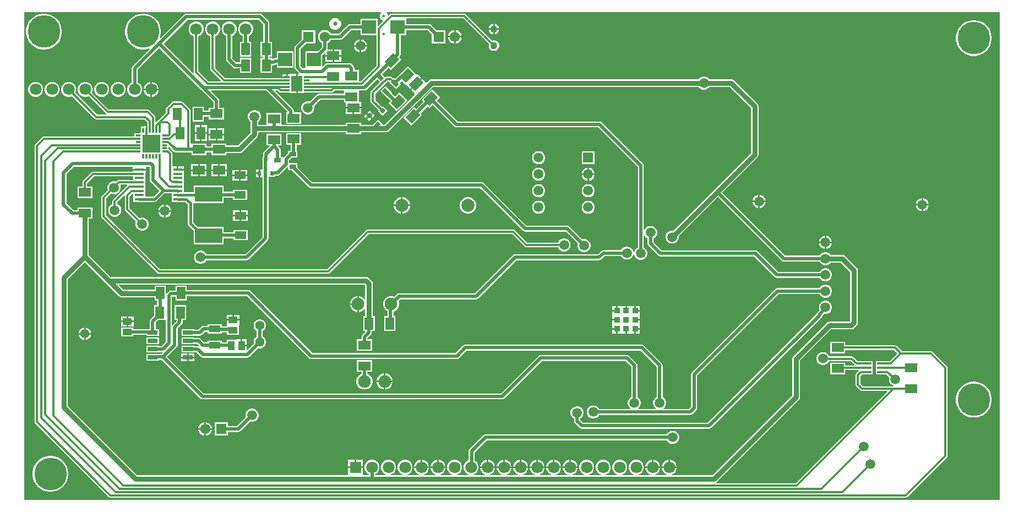
<source format=gbl>
G04*
G04 #@! TF.GenerationSoftware,Altium Limited,Altium Designer,23.5.1 (21)*
G04*
G04 Layer_Physical_Order=2*
G04 Layer_Color=16711680*
%FSLAX44Y44*%
%MOMM*%
G71*
G04*
G04 #@! TF.SameCoordinates,FC4C4C8E-A767-40D1-8FD6-770ACC15EC19*
G04*
G04*
G04 #@! TF.FilePolarity,Positive*
G04*
G01*
G75*
%ADD15R,1.9000X1.3500*%
%ADD18R,1.3500X1.9000*%
%ADD22R,1.8000X1.1500*%
%ADD23R,0.8500X0.3000*%
%ADD28R,0.6000X0.7000*%
%ADD83C,0.5000*%
%ADD84C,0.3000*%
%ADD85C,0.7500*%
%ADD86R,0.9000X0.9000*%
%ADD87C,2.0000*%
%ADD88C,5.0000*%
%ADD89C,1.9500*%
%ADD90R,1.8000X1.8000*%
%ADD91C,1.8000*%
%ADD92C,0.3750*%
%ADD93C,1.1000*%
%ADD94R,1.5750X1.5750*%
%ADD95C,1.5750*%
%ADD96C,1.5000*%
%ADD97R,1.5000X1.5000*%
%ADD98C,1.4000*%
%ADD99C,0.6500*%
%ADD100R,2.2000X2.1500*%
%ADD101R,1.7000X2.4500*%
%ADD102R,1.1000X0.6500*%
%ADD103R,1.0500X0.4000*%
G04:AMPARAMS|DCode=104|XSize=0.7mm|YSize=0.6mm|CornerRadius=0mm|HoleSize=0mm|Usage=FLASHONLY|Rotation=45.000|XOffset=0mm|YOffset=0mm|HoleType=Round|Shape=Rectangle|*
%AMROTATEDRECTD104*
4,1,4,-0.0354,-0.4596,-0.4596,-0.0354,0.0354,0.4596,0.4596,0.0354,-0.0354,-0.4596,0.0*
%
%ADD104ROTATEDRECTD104*%

%ADD105R,1.8000X1.0000*%
G04:AMPARAMS|DCode=106|XSize=1.35mm|YSize=1.9mm|CornerRadius=0mm|HoleSize=0mm|Usage=FLASHONLY|Rotation=315.000|XOffset=0mm|YOffset=0mm|HoleType=Round|Shape=Rectangle|*
%AMROTATEDRECTD106*
4,1,4,-1.1490,-0.1945,0.1945,1.1490,1.1490,0.1945,-0.1945,-1.1490,-1.1490,-0.1945,0.0*
%
%ADD106ROTATEDRECTD106*%

G04:AMPARAMS|DCode=107|XSize=1.1mm|YSize=0.65mm|CornerRadius=0mm|HoleSize=0mm|Usage=FLASHONLY|Rotation=135.000|XOffset=0mm|YOffset=0mm|HoleType=Round|Shape=Rectangle|*
%AMROTATEDRECTD107*
4,1,4,0.6187,-0.1591,0.1591,-0.6187,-0.6187,0.1591,-0.1591,0.6187,0.6187,-0.1591,0.0*
%
%ADD107ROTATEDRECTD107*%

%ADD108R,1.4700X1.0200*%
%ADD109R,1.0200X1.4700*%
%ADD110R,1.5250X0.6500*%
%ADD111R,4.2000X2.3000*%
%ADD112R,1.4750X0.4500*%
%ADD113R,2.8000X2.8000*%
%ADD114R,0.8000X0.3000*%
%ADD115R,0.3000X0.8000*%
%ADD116C,0.4000*%
G36*
X1780000Y520000D02*
X280000D01*
Y1270000D01*
X828586D01*
X829085Y1268730D01*
X827668Y1267313D01*
X826710Y1265001D01*
Y1262499D01*
X827668Y1260187D01*
X829437Y1258418D01*
X831161Y1257704D01*
X831540Y1256287D01*
X824173Y1248920D01*
X823000Y1249406D01*
Y1259750D01*
X797000D01*
Y1251588D01*
X780705D01*
X778949Y1251239D01*
X777460Y1250244D01*
X763804Y1236588D01*
X751377D01*
X750334Y1238395D01*
X748395Y1240334D01*
X746020Y1241705D01*
X743371Y1242415D01*
X740629D01*
X737980Y1241705D01*
X735605Y1240334D01*
X733666Y1238395D01*
X732295Y1236020D01*
X731585Y1233371D01*
Y1230629D01*
X732295Y1227980D01*
X733666Y1225605D01*
X735605Y1223666D01*
X737412Y1222623D01*
Y1215650D01*
X731511Y1209750D01*
X712000D01*
Y1184250D01*
X711004Y1183588D01*
X707900D01*
X704588Y1186900D01*
Y1213100D01*
X713074Y1221585D01*
X727415D01*
Y1242415D01*
X706585D01*
Y1228074D01*
X696756Y1218245D01*
X695761Y1216756D01*
X695412Y1215000D01*
Y1185000D01*
X695761Y1183244D01*
X696756Y1181756D01*
X702451Y1176060D01*
X702021Y1174790D01*
X700270D01*
Y1160000D01*
Y1145210D01*
X710040D01*
Y1146500D01*
X713657D01*
X714000Y1146432D01*
X752521D01*
X753167Y1146560D01*
X753886Y1146703D01*
X753886Y1146703D01*
X753886Y1146703D01*
X754424Y1147062D01*
X755044Y1147477D01*
X756952Y1149384D01*
X770493D01*
X771500Y1148749D01*
X771500Y1148114D01*
Y1144588D01*
X733000D01*
X731244Y1144239D01*
X729755Y1143244D01*
X719080Y1132569D01*
X717322Y1133040D01*
X714678D01*
X712125Y1132356D01*
X709835Y1131034D01*
X707966Y1129165D01*
X706644Y1126875D01*
X705960Y1124322D01*
Y1121678D01*
X706644Y1119125D01*
X707966Y1116835D01*
X709835Y1114966D01*
X712125Y1113644D01*
X714678Y1112960D01*
X717322D01*
X719875Y1113644D01*
X722165Y1114966D01*
X724034Y1116835D01*
X725356Y1119125D01*
X726040Y1121678D01*
Y1124322D01*
X725569Y1126080D01*
X734900Y1135411D01*
X771500D01*
Y1131250D01*
X773960D01*
Y1124270D01*
X786000D01*
X798040D01*
Y1132290D01*
X794500D01*
Y1148114D01*
X794500Y1148749D01*
X795507Y1149384D01*
X802972D01*
X804728Y1149733D01*
X806217Y1150728D01*
X822532Y1167043D01*
X827264Y1162311D01*
X813477Y1148523D01*
X812703Y1147366D01*
X812431Y1146000D01*
Y1133142D01*
X812703Y1131776D01*
X813477Y1130619D01*
X825012Y1119083D01*
X823646Y1117717D01*
X830717Y1110646D01*
X838496Y1118424D01*
X831424Y1125495D01*
X830059Y1124130D01*
X819569Y1134620D01*
Y1144522D01*
X838478Y1163431D01*
X840292D01*
X840833Y1162177D01*
Y1162177D01*
X851440Y1151570D01*
X858865Y1158995D01*
X856806Y1161054D01*
X860244Y1164492D01*
X866323Y1158414D01*
X866369Y1158367D01*
X867336Y1157636D01*
X867385Y1157588D01*
X872961Y1152012D01*
X881475Y1160526D01*
X889988Y1169039D01*
X884317Y1174710D01*
X883666Y1174058D01*
X882633Y1174631D01*
X882537Y1174726D01*
X870258Y1187005D01*
X858203Y1174950D01*
X856760Y1173986D01*
X850317Y1167542D01*
X848258Y1169601D01*
X847069Y1168412D01*
X845958Y1169523D01*
X844800Y1170297D01*
X843435Y1170569D01*
X837000D01*
X835634Y1170297D01*
X834731Y1169693D01*
X829956Y1174468D01*
X840113Y1184624D01*
X843742Y1180995D01*
X860005Y1197258D01*
X856376Y1200887D01*
X857244Y1201756D01*
X858239Y1203244D01*
X858588Y1205000D01*
Y1234250D01*
X867000D01*
Y1242412D01*
X900100D01*
X906585Y1235926D01*
Y1221585D01*
X927415D01*
Y1242415D01*
X913074D01*
X905245Y1250244D01*
X903756Y1251239D01*
X902000Y1251588D01*
X867000D01*
Y1259750D01*
X867988Y1260431D01*
X955122D01*
X994369Y1221184D01*
X993960Y1219659D01*
Y1217542D01*
X994508Y1215497D01*
X995566Y1213663D01*
X997063Y1212167D01*
X998897Y1211108D01*
X1000941Y1210560D01*
X1003058D01*
X1005103Y1211108D01*
X1006937Y1212167D01*
X1008434Y1213663D01*
X1009492Y1215497D01*
X1010040Y1217542D01*
Y1219659D01*
X1009492Y1221703D01*
X1008434Y1223537D01*
X1006937Y1225034D01*
X1005103Y1226092D01*
X1003058Y1226640D01*
X1000941D01*
X999416Y1226231D01*
X959123Y1266523D01*
X957966Y1267297D01*
X956600Y1267569D01*
X844300D01*
X842935Y1267297D01*
X841777Y1266523D01*
X840463Y1265210D01*
X839047Y1265589D01*
X838333Y1267313D01*
X836916Y1268730D01*
X837414Y1270000D01*
X1780000D01*
Y520000D01*
D02*
G37*
G36*
X797000Y1234250D02*
X821431D01*
Y1187478D01*
X797522Y1163569D01*
X794500D01*
Y1180750D01*
X787588D01*
Y1184071D01*
X787239Y1185827D01*
X786244Y1187315D01*
X783315Y1190244D01*
X781827Y1191239D01*
X780071Y1191588D01*
X746000D01*
X744244Y1191239D01*
X742756Y1190244D01*
X739173Y1186662D01*
X738000Y1187148D01*
Y1203261D01*
X741787Y1207048D01*
X742960Y1206562D01*
Y1204270D01*
X753730D01*
Y1212290D01*
X747299D01*
X746493Y1213272D01*
X746588Y1213750D01*
Y1222623D01*
X748395Y1223666D01*
X750334Y1225605D01*
X751377Y1227412D01*
X765704D01*
X767460Y1227761D01*
X768949Y1228756D01*
X782605Y1242412D01*
X797000D01*
Y1234250D01*
D02*
G37*
%LPC*%
G36*
X1003270Y1251983D02*
Y1245270D01*
X1009983D01*
X1009492Y1247103D01*
X1008434Y1248937D01*
X1006937Y1250434D01*
X1005103Y1251492D01*
X1003270Y1251983D01*
D02*
G37*
G36*
X1000730D02*
X998897Y1251492D01*
X997063Y1250434D01*
X995566Y1248937D01*
X994508Y1247103D01*
X994017Y1245270D01*
X1000730D01*
Y1251983D01*
D02*
G37*
G36*
X759190Y1261040D02*
X756810D01*
X754511Y1260424D01*
X752449Y1259234D01*
X750766Y1257551D01*
X749576Y1255489D01*
X748960Y1253190D01*
Y1250810D01*
X749576Y1248511D01*
X750766Y1246449D01*
X752449Y1244766D01*
X754511Y1243576D01*
X756810Y1242960D01*
X759190D01*
X761489Y1243576D01*
X763551Y1244766D01*
X765234Y1246449D01*
X766424Y1248511D01*
X767040Y1250810D01*
Y1253190D01*
X766424Y1255489D01*
X765234Y1257551D01*
X763551Y1259234D01*
X761489Y1260424D01*
X759190Y1261040D01*
D02*
G37*
G36*
X1009983Y1242730D02*
X1003270D01*
Y1236017D01*
X1005103Y1236508D01*
X1006937Y1237567D01*
X1008434Y1239063D01*
X1009492Y1240897D01*
X1009983Y1242730D01*
D02*
G37*
G36*
X1000730D02*
X994017D01*
X994508Y1240897D01*
X995566Y1239063D01*
X997063Y1237567D01*
X998897Y1236508D01*
X1000730Y1236017D01*
Y1242730D01*
D02*
G37*
G36*
X943371Y1242415D02*
X943270D01*
Y1233270D01*
X952415D01*
Y1233371D01*
X951705Y1236020D01*
X950334Y1238395D01*
X948395Y1240334D01*
X946020Y1241705D01*
X943371Y1242415D01*
D02*
G37*
G36*
X940730D02*
X940629D01*
X937980Y1241705D01*
X935605Y1240334D01*
X933666Y1238395D01*
X932295Y1236020D01*
X931585Y1233371D01*
Y1233270D01*
X940730D01*
Y1242415D01*
D02*
G37*
G36*
X642000Y1267588D02*
X529000D01*
X527244Y1267239D01*
X525756Y1266244D01*
X489411Y1229899D01*
X488297Y1230582D01*
X489262Y1233551D01*
X489940Y1237833D01*
Y1242168D01*
X489262Y1246449D01*
X487922Y1250572D01*
X485954Y1254434D01*
X483406Y1257941D01*
X480341Y1261006D01*
X476834Y1263554D01*
X472972Y1265522D01*
X468849Y1266862D01*
X464567Y1267540D01*
X460232D01*
X455951Y1266862D01*
X451828Y1265522D01*
X447966Y1263554D01*
X444459Y1261006D01*
X441394Y1257941D01*
X438846Y1254434D01*
X436878Y1250572D01*
X435538Y1246449D01*
X434860Y1242168D01*
Y1237833D01*
X435538Y1233551D01*
X436878Y1229428D01*
X438846Y1225566D01*
X441394Y1222059D01*
X444459Y1218994D01*
X447966Y1216446D01*
X451828Y1214478D01*
X455951Y1213138D01*
X460232Y1212460D01*
X464567D01*
X468849Y1213138D01*
X471818Y1214103D01*
X472501Y1212989D01*
X446456Y1186944D01*
X445461Y1185456D01*
X445112Y1183700D01*
Y1161776D01*
X442614Y1160334D01*
X440466Y1158186D01*
X438946Y1155554D01*
X438160Y1152619D01*
Y1149581D01*
X438946Y1146646D01*
X440466Y1144014D01*
X442614Y1141866D01*
X445246Y1140347D01*
X448181Y1139560D01*
X451219D01*
X454154Y1140347D01*
X456786Y1141866D01*
X458934Y1144014D01*
X460453Y1146646D01*
X461240Y1149581D01*
Y1152619D01*
X460453Y1155554D01*
X458934Y1158186D01*
X456786Y1160334D01*
X454288Y1161776D01*
Y1181799D01*
X487500Y1215012D01*
X551756Y1150756D01*
X570652Y1131860D01*
Y1122750D01*
X563740D01*
Y1118588D01*
X555990D01*
Y1124500D01*
X538490D01*
Y1101500D01*
X555990D01*
Y1109412D01*
X563740D01*
Y1105250D01*
X586740D01*
Y1122750D01*
X579828D01*
Y1133760D01*
X579479Y1135516D01*
X578484Y1137004D01*
X578484Y1137004D01*
X567250Y1148239D01*
X567736Y1149412D01*
X652099D01*
X684491Y1117020D01*
X683965Y1115750D01*
X682429D01*
Y1098250D01*
X705429D01*
Y1115750D01*
X694267D01*
Y1118321D01*
X693918Y1120077D01*
X692923Y1121565D01*
X666250Y1148239D01*
X666736Y1149412D01*
X669541D01*
X671476Y1147477D01*
X672634Y1146703D01*
X674000Y1146432D01*
X683000D01*
X683343Y1146500D01*
X687960D01*
Y1145210D01*
X697730D01*
Y1160000D01*
Y1174790D01*
X687960D01*
Y1174040D01*
X685270D01*
Y1170000D01*
X684000D01*
Y1168730D01*
X677210D01*
Y1168568D01*
X588478D01*
X573169Y1183878D01*
Y1233009D01*
X574054Y1233247D01*
X576686Y1234766D01*
X578834Y1236914D01*
X580354Y1239546D01*
X581140Y1242481D01*
Y1245519D01*
X580354Y1248454D01*
X578834Y1251086D01*
X576686Y1253234D01*
X574054Y1254754D01*
X571119Y1255540D01*
X568081D01*
X565146Y1254754D01*
X562514Y1253234D01*
X560366Y1251086D01*
X558847Y1248454D01*
X558060Y1245519D01*
Y1242481D01*
X558847Y1239546D01*
X560366Y1236914D01*
X562514Y1234766D01*
X565146Y1233247D01*
X566031Y1233009D01*
Y1182400D01*
X566303Y1181034D01*
X567077Y1179877D01*
X582211Y1164742D01*
X581725Y1163569D01*
X563478D01*
X547569Y1179478D01*
Y1232955D01*
X548654Y1233247D01*
X551286Y1234766D01*
X553434Y1236914D01*
X554954Y1239546D01*
X555740Y1242481D01*
Y1245519D01*
X554954Y1248454D01*
X553434Y1251086D01*
X551286Y1253234D01*
X548654Y1254754D01*
X545719Y1255540D01*
X542681D01*
X539746Y1254754D01*
X537114Y1253234D01*
X534966Y1251086D01*
X533447Y1248454D01*
X532660Y1245519D01*
Y1242481D01*
X533447Y1239546D01*
X534966Y1236914D01*
X537114Y1234766D01*
X539746Y1233247D01*
X540431Y1233063D01*
Y1178000D01*
X540703Y1176635D01*
X540809Y1176476D01*
X539822Y1175667D01*
X494624Y1220865D01*
Y1222135D01*
X530901Y1258412D01*
X640100D01*
X647412Y1251100D01*
Y1224500D01*
X643250D01*
Y1201500D01*
X647412D01*
Y1199500D01*
X643250D01*
Y1176500D01*
X660750D01*
Y1188233D01*
X663321D01*
X665077Y1188582D01*
X666566Y1189577D01*
X666730Y1189741D01*
X668000Y1189215D01*
Y1184250D01*
X694000D01*
Y1209750D01*
X668000D01*
Y1199517D01*
X665429D01*
X663673Y1199168D01*
X662185Y1198173D01*
X662020Y1198009D01*
X660750Y1198535D01*
Y1199500D01*
X656588D01*
Y1201500D01*
X660750D01*
Y1224500D01*
X656588D01*
Y1253000D01*
X656239Y1254756D01*
X656239Y1254756D01*
X656239Y1254756D01*
X655245Y1256245D01*
X645245Y1266244D01*
X643756Y1267239D01*
X642000Y1267588D01*
D02*
G37*
G36*
X952415Y1230730D02*
X943270D01*
Y1221585D01*
X943371D01*
X946020Y1222295D01*
X948395Y1223666D01*
X950334Y1225605D01*
X951705Y1227980D01*
X952415Y1230629D01*
Y1230730D01*
D02*
G37*
G36*
X940730D02*
X931585D01*
Y1230629D01*
X932295Y1227980D01*
X933666Y1225605D01*
X935605Y1223666D01*
X937980Y1222295D01*
X940629Y1221585D01*
X940730D01*
Y1230730D01*
D02*
G37*
G36*
X312167Y1267540D02*
X307832D01*
X303551Y1266862D01*
X299428Y1265522D01*
X295566Y1263554D01*
X292059Y1261006D01*
X288994Y1257941D01*
X286446Y1254434D01*
X284478Y1250572D01*
X283138Y1246449D01*
X282460Y1242168D01*
Y1237833D01*
X283138Y1233551D01*
X284478Y1229428D01*
X286446Y1225566D01*
X288994Y1222059D01*
X292059Y1218994D01*
X295566Y1216446D01*
X299428Y1214478D01*
X303551Y1213138D01*
X307832Y1212460D01*
X312167D01*
X316449Y1213138D01*
X320572Y1214478D01*
X324434Y1216446D01*
X327941Y1218994D01*
X331006Y1222059D01*
X333554Y1225566D01*
X335522Y1229428D01*
X336862Y1233551D01*
X337540Y1237833D01*
Y1242168D01*
X336862Y1246449D01*
X335522Y1250572D01*
X333554Y1254434D01*
X331006Y1257941D01*
X327941Y1261006D01*
X324434Y1263554D01*
X320572Y1265522D01*
X316449Y1266862D01*
X312167Y1267540D01*
D02*
G37*
G36*
X1742168Y1257540D02*
X1737832D01*
X1733551Y1256862D01*
X1729428Y1255522D01*
X1725566Y1253554D01*
X1722059Y1251006D01*
X1718994Y1247941D01*
X1716446Y1244434D01*
X1714478Y1240572D01*
X1713138Y1236449D01*
X1712460Y1232168D01*
Y1227832D01*
X1713138Y1223551D01*
X1714478Y1219428D01*
X1716446Y1215566D01*
X1718994Y1212059D01*
X1722059Y1208994D01*
X1725566Y1206446D01*
X1729428Y1204478D01*
X1733551Y1203138D01*
X1737832Y1202460D01*
X1742168D01*
X1746449Y1203138D01*
X1750572Y1204478D01*
X1754434Y1206446D01*
X1757941Y1208994D01*
X1761006Y1212059D01*
X1763554Y1215566D01*
X1765522Y1219428D01*
X1766862Y1223551D01*
X1767540Y1227832D01*
Y1232168D01*
X1766862Y1236449D01*
X1765522Y1240572D01*
X1763554Y1244434D01*
X1761006Y1247941D01*
X1757941Y1251006D01*
X1754434Y1253554D01*
X1750572Y1255522D01*
X1746449Y1256862D01*
X1742168Y1257540D01*
D02*
G37*
G36*
X621919Y1255540D02*
X618881D01*
X615946Y1254754D01*
X613314Y1253234D01*
X611166Y1251086D01*
X609646Y1248454D01*
X608860Y1245519D01*
Y1242481D01*
X609646Y1239546D01*
X611166Y1236914D01*
X613314Y1234766D01*
X615612Y1233439D01*
Y1224500D01*
X611250D01*
Y1201500D01*
X628750D01*
Y1224500D01*
X624788D01*
Y1233229D01*
X624854Y1233247D01*
X627486Y1234766D01*
X629634Y1236914D01*
X631154Y1239546D01*
X631940Y1242481D01*
Y1245519D01*
X631154Y1248454D01*
X629634Y1251086D01*
X627486Y1253234D01*
X624854Y1254754D01*
X621919Y1255540D01*
D02*
G37*
G36*
X596519D02*
X593481D01*
X590546Y1254754D01*
X587914Y1253234D01*
X585766Y1251086D01*
X584246Y1248454D01*
X583460Y1245519D01*
Y1242481D01*
X584246Y1239546D01*
X585766Y1236914D01*
X587914Y1234766D01*
X590412Y1233324D01*
Y1197000D01*
X590761Y1195244D01*
X591756Y1193756D01*
X600756Y1184756D01*
X602244Y1183761D01*
X604000Y1183412D01*
X611250D01*
Y1176500D01*
X628750D01*
Y1199500D01*
X611250D01*
Y1192588D01*
X605900D01*
X599588Y1198900D01*
Y1233324D01*
X602086Y1234766D01*
X604234Y1236914D01*
X605754Y1239546D01*
X606540Y1242481D01*
Y1245519D01*
X605754Y1248454D01*
X604234Y1251086D01*
X602086Y1253234D01*
X599454Y1254754D01*
X596519Y1255540D01*
D02*
G37*
G36*
X682730Y1174040D02*
X677210D01*
Y1171270D01*
X682730D01*
Y1174040D01*
D02*
G37*
G36*
X1326322Y1171040D02*
X1323678D01*
X1321125Y1170356D01*
X1318835Y1169034D01*
X1316966Y1167165D01*
X1316792Y1166863D01*
X906000D01*
X903756Y1166416D01*
X901854Y1165145D01*
X898595Y1161886D01*
X897455Y1161572D01*
X896970Y1162057D01*
X891784Y1167243D01*
X883271Y1158729D01*
X874757Y1150216D01*
X879943Y1145030D01*
X880428Y1144545D01*
X880114Y1143405D01*
X833571Y1096862D01*
X831362D01*
X831071Y1097565D01*
Y1097565D01*
X824000Y1104636D01*
X816227Y1096862D01*
X797500D01*
Y1099750D01*
X774500D01*
Y1096862D01*
X676609D01*
X675500Y1097250D01*
Y1114750D01*
X652500D01*
Y1097250D01*
X651391Y1096862D01*
X639594D01*
Y1101282D01*
X639896Y1101457D01*
X641765Y1103326D01*
X643087Y1105615D01*
X643771Y1108169D01*
Y1110813D01*
X643087Y1113366D01*
X641765Y1115656D01*
X639896Y1117525D01*
X637606Y1118847D01*
X635053Y1119531D01*
X632409D01*
X629856Y1118847D01*
X627566Y1117525D01*
X625697Y1115656D01*
X624375Y1113366D01*
X623691Y1110813D01*
Y1108169D01*
X624375Y1105615D01*
X625697Y1103326D01*
X627566Y1101457D01*
X627868Y1101282D01*
Y1091000D01*
Y1084159D01*
X608572Y1064863D01*
X590740D01*
Y1067750D01*
X567740D01*
Y1063588D01*
X559740D01*
Y1067750D01*
X536740D01*
X535809Y1068568D01*
Y1118243D01*
X535537Y1119608D01*
X534764Y1120766D01*
X524006Y1131523D01*
X522849Y1132297D01*
X521483Y1132569D01*
X509000D01*
X507635Y1132297D01*
X506477Y1131523D01*
X498717Y1123763D01*
X497943Y1122606D01*
X497672Y1121240D01*
Y1115478D01*
X485217Y1103024D01*
X485216Y1103024D01*
X485216Y1103023D01*
X482482Y1100289D01*
X481309Y1100775D01*
Y1108260D01*
X481037Y1109625D01*
X480263Y1110783D01*
X472120Y1118927D01*
X470962Y1119701D01*
X469596Y1119972D01*
X409674D01*
X383795Y1145852D01*
X384253Y1146646D01*
X385040Y1149581D01*
Y1152619D01*
X384253Y1155554D01*
X382734Y1158186D01*
X380586Y1160334D01*
X377954Y1161854D01*
X375019Y1162640D01*
X371981D01*
X369046Y1161854D01*
X366414Y1160334D01*
X364266Y1158186D01*
X362746Y1155554D01*
X361960Y1152619D01*
Y1149581D01*
X362746Y1146646D01*
X364266Y1144014D01*
X366414Y1141866D01*
X369046Y1140347D01*
X371981Y1139560D01*
X375019D01*
X377954Y1140347D01*
X378748Y1140805D01*
X405673Y1113880D01*
X406222Y1113513D01*
X405837Y1112243D01*
X392003D01*
X358395Y1145852D01*
X358853Y1146646D01*
X359640Y1149581D01*
Y1152619D01*
X358853Y1155554D01*
X357334Y1158186D01*
X355186Y1160334D01*
X352554Y1161854D01*
X349619Y1162640D01*
X346581D01*
X343646Y1161854D01*
X341014Y1160334D01*
X338866Y1158186D01*
X337346Y1155554D01*
X336560Y1152619D01*
Y1149581D01*
X337346Y1146646D01*
X338866Y1144014D01*
X341014Y1141866D01*
X343646Y1140347D01*
X346581Y1139560D01*
X349619D01*
X352554Y1140347D01*
X353348Y1140805D01*
X388002Y1106152D01*
X389159Y1105378D01*
X390525Y1105106D01*
X464847D01*
X469172Y1100782D01*
Y1094540D01*
X469010D01*
Y1088000D01*
X466470D01*
Y1094540D01*
X463700D01*
Y1094000D01*
X459240D01*
Y1084540D01*
X458700D01*
Y1084000D01*
X449240D01*
Y1079069D01*
X310500D01*
X309135Y1078797D01*
X307977Y1078023D01*
X296477Y1066523D01*
X295703Y1065366D01*
X295432Y1064000D01*
Y640000D01*
X295703Y638634D01*
X296477Y637477D01*
X409477Y524477D01*
X410634Y523703D01*
X412000Y523431D01*
X1635000D01*
X1636366Y523703D01*
X1637523Y524477D01*
X1698523Y585477D01*
X1699297Y586634D01*
X1699569Y588000D01*
Y723000D01*
X1699297Y724366D01*
X1698523Y725523D01*
X1676523Y747523D01*
X1675366Y748297D01*
X1674000Y748569D01*
X1629478D01*
X1621523Y756524D01*
X1620365Y757297D01*
X1619000Y757569D01*
X1542500D01*
Y762750D01*
X1519500D01*
Y745250D01*
X1542500D01*
Y750432D01*
X1617521D01*
X1622953Y745000D01*
X1611022Y733069D01*
X1603750D01*
Y733500D01*
X1589250D01*
Y725500D01*
Y719000D01*
Y712500D01*
X1603750D01*
Y712931D01*
X1606022D01*
X1610020Y708934D01*
X1609451Y706813D01*
Y704169D01*
X1610135Y701616D01*
X1611457Y699326D01*
X1613327Y697457D01*
X1615616Y696135D01*
X1616725Y695838D01*
X1616557Y694568D01*
X1569478D01*
X1565569Y698478D01*
Y710522D01*
X1567978Y712931D01*
X1570250D01*
Y712500D01*
X1584750D01*
Y719000D01*
Y725500D01*
Y733500D01*
X1570250D01*
Y733069D01*
X1561478D01*
X1555023Y739523D01*
X1553866Y740297D01*
X1552500Y740569D01*
X1517565D01*
X1517456Y740975D01*
X1516134Y743265D01*
X1514265Y745134D01*
X1511975Y746456D01*
X1509422Y747140D01*
X1506778D01*
X1504225Y746456D01*
X1501935Y745134D01*
X1500066Y743265D01*
X1498744Y740975D01*
X1498060Y738422D01*
Y735778D01*
X1498744Y733225D01*
X1500066Y730935D01*
X1501935Y729066D01*
X1504225Y727744D01*
X1506778Y727060D01*
X1509422D01*
X1511975Y727744D01*
X1514265Y729066D01*
X1516134Y730935D01*
X1517456Y733225D01*
X1517511Y733431D01*
X1551022D01*
X1556615Y727839D01*
X1556089Y726569D01*
X1542500D01*
Y730750D01*
X1519500D01*
Y713250D01*
X1542500D01*
Y719432D01*
X1562589D01*
X1563115Y718162D01*
X1559477Y714523D01*
X1558703Y713366D01*
X1558431Y712000D01*
Y697000D01*
X1558703Y695634D01*
X1559477Y694477D01*
X1565477Y688476D01*
X1566635Y687703D01*
X1568000Y687431D01*
X1606725D01*
X1607211Y686258D01*
X1466522Y545569D01*
X1344046D01*
X1343660Y546839D01*
X1345074Y547783D01*
X1471145Y673855D01*
X1472416Y675757D01*
X1472863Y678000D01*
Y734572D01*
X1520428Y782137D01*
X1551607D01*
X1553850Y782584D01*
X1555752Y783855D01*
X1560146Y788248D01*
X1561416Y790150D01*
X1561863Y792393D01*
Y873000D01*
X1561416Y875244D01*
X1560146Y877145D01*
X1542146Y895145D01*
X1540244Y896416D01*
X1538000Y896862D01*
X1520208D01*
X1520034Y897165D01*
X1518165Y899034D01*
X1515875Y900356D01*
X1513322Y901040D01*
X1510678D01*
X1508125Y900356D01*
X1505835Y899034D01*
X1503966Y897165D01*
X1503056Y895588D01*
X1449901D01*
X1352890Y992599D01*
X1407146Y1046854D01*
X1408416Y1048756D01*
X1408863Y1051000D01*
Y1125000D01*
X1408416Y1127243D01*
X1407146Y1129146D01*
X1371145Y1165145D01*
X1369243Y1166416D01*
X1367000Y1166863D01*
X1333208D01*
X1333034Y1167165D01*
X1331165Y1169034D01*
X1328875Y1170356D01*
X1326322Y1171040D01*
D02*
G37*
G36*
X476619Y1162640D02*
X476370D01*
Y1152370D01*
X486640D01*
Y1152619D01*
X485853Y1155554D01*
X484334Y1158186D01*
X482186Y1160334D01*
X479554Y1161854D01*
X476619Y1162640D01*
D02*
G37*
G36*
X473830D02*
X473581D01*
X470646Y1161854D01*
X468014Y1160334D01*
X465866Y1158186D01*
X464346Y1155554D01*
X463560Y1152619D01*
Y1152370D01*
X473830D01*
Y1162640D01*
D02*
G37*
G36*
X486640Y1149830D02*
X476370D01*
Y1139560D01*
X476619D01*
X479554Y1140347D01*
X482186Y1141866D01*
X484334Y1144014D01*
X485853Y1146646D01*
X486640Y1149581D01*
Y1149830D01*
D02*
G37*
G36*
X473830D02*
X463560D01*
Y1149581D01*
X464346Y1146646D01*
X465866Y1144014D01*
X468014Y1141866D01*
X470646Y1140347D01*
X473581Y1139560D01*
X473830D01*
Y1149830D01*
D02*
G37*
G36*
X425819Y1162640D02*
X422781D01*
X419846Y1161854D01*
X417214Y1160334D01*
X415066Y1158186D01*
X413546Y1155554D01*
X412760Y1152619D01*
Y1149581D01*
X413546Y1146646D01*
X415066Y1144014D01*
X417214Y1141866D01*
X419846Y1140347D01*
X422781Y1139560D01*
X425819D01*
X428754Y1140347D01*
X431386Y1141866D01*
X433534Y1144014D01*
X435053Y1146646D01*
X435840Y1149581D01*
Y1152619D01*
X435053Y1155554D01*
X433534Y1158186D01*
X431386Y1160334D01*
X428754Y1161854D01*
X425819Y1162640D01*
D02*
G37*
G36*
X400419D02*
X397381D01*
X394446Y1161854D01*
X391814Y1160334D01*
X389666Y1158186D01*
X388146Y1155554D01*
X387360Y1152619D01*
Y1149581D01*
X388146Y1146646D01*
X389666Y1144014D01*
X391814Y1141866D01*
X394446Y1140347D01*
X397381Y1139560D01*
X400419D01*
X403354Y1140347D01*
X405986Y1141866D01*
X408134Y1144014D01*
X409653Y1146646D01*
X410440Y1149581D01*
Y1152619D01*
X409653Y1155554D01*
X408134Y1158186D01*
X405986Y1160334D01*
X403354Y1161854D01*
X400419Y1162640D01*
D02*
G37*
G36*
X324219D02*
X321181D01*
X318246Y1161854D01*
X315614Y1160334D01*
X313466Y1158186D01*
X311946Y1155554D01*
X311160Y1152619D01*
Y1149581D01*
X311946Y1146646D01*
X313466Y1144014D01*
X315614Y1141866D01*
X318246Y1140347D01*
X321181Y1139560D01*
X324219D01*
X327154Y1140347D01*
X329786Y1141866D01*
X331934Y1144014D01*
X333453Y1146646D01*
X334240Y1149581D01*
Y1152619D01*
X333453Y1155554D01*
X331934Y1158186D01*
X329786Y1160334D01*
X327154Y1161854D01*
X324219Y1162640D01*
D02*
G37*
G36*
X298819D02*
X295781D01*
X292846Y1161854D01*
X290214Y1160334D01*
X288066Y1158186D01*
X286546Y1155554D01*
X285760Y1152619D01*
Y1149581D01*
X286546Y1146646D01*
X288066Y1144014D01*
X290214Y1141866D01*
X292846Y1140347D01*
X295781Y1139560D01*
X298819D01*
X301754Y1140347D01*
X304386Y1141866D01*
X306534Y1144014D01*
X308053Y1146646D01*
X308840Y1149581D01*
Y1152619D01*
X308053Y1155554D01*
X306534Y1158186D01*
X304386Y1160334D01*
X301754Y1161854D01*
X298819Y1162640D01*
D02*
G37*
G36*
X834823Y1156167D02*
X827399Y1148742D01*
X838005Y1138135D01*
X838473Y1138603D01*
X843537Y1133539D01*
X840367Y1130369D01*
X852742Y1117995D01*
X869005Y1134258D01*
X856631Y1146633D01*
X850026Y1140028D01*
X844962Y1145092D01*
X845430Y1145560D01*
X834823Y1156167D01*
D02*
G37*
G36*
X798040Y1121730D02*
X787270D01*
Y1113710D01*
X798040D01*
Y1121730D01*
D02*
G37*
G36*
X784730D02*
X773960D01*
Y1113710D01*
X784730D01*
Y1121730D01*
D02*
G37*
G36*
X810565Y1118835D02*
X807192Y1115462D01*
X810211Y1112442D01*
X813584Y1115815D01*
X810565Y1118835D01*
D02*
G37*
G36*
X815380Y1114019D02*
X812007Y1110646D01*
X815027Y1107627D01*
X818400Y1111000D01*
X815380Y1114019D01*
D02*
G37*
G36*
X805396Y1113666D02*
X802023Y1110293D01*
X805042Y1107273D01*
X808415Y1110646D01*
X805396Y1113666D01*
D02*
G37*
G36*
X810211Y1108850D02*
X806838Y1105477D01*
X809858Y1102458D01*
X813231Y1105831D01*
X810211Y1108850D01*
D02*
G37*
G36*
X560530Y1096040D02*
X552510D01*
Y1085270D01*
X560530D01*
Y1096040D01*
D02*
G37*
G36*
X549970D02*
X541950D01*
Y1085270D01*
X549970D01*
Y1096040D01*
D02*
G37*
G36*
X587280Y1091290D02*
X576510D01*
Y1083270D01*
X587280D01*
Y1091290D01*
D02*
G37*
G36*
X573970D02*
X563200D01*
Y1083270D01*
X573970D01*
Y1091290D01*
D02*
G37*
G36*
X587280Y1080730D02*
X576510D01*
Y1072710D01*
X587280D01*
Y1080730D01*
D02*
G37*
G36*
X573970D02*
X563200D01*
Y1072710D01*
X573970D01*
Y1080730D01*
D02*
G37*
G36*
X560530Y1082730D02*
X552510D01*
Y1071960D01*
X560530D01*
Y1082730D01*
D02*
G37*
G36*
X549970D02*
X541950D01*
Y1071960D01*
X549970D01*
Y1082730D01*
D02*
G37*
G36*
X1411322Y989040D02*
X1411270D01*
Y980270D01*
X1420040D01*
Y980322D01*
X1419356Y982875D01*
X1418034Y985165D01*
X1416165Y987034D01*
X1413875Y988356D01*
X1411322Y989040D01*
D02*
G37*
G36*
X1408730D02*
X1408678D01*
X1406125Y988356D01*
X1403835Y987034D01*
X1401966Y985165D01*
X1400644Y982875D01*
X1399960Y980322D01*
Y980270D01*
X1408730D01*
Y989040D01*
D02*
G37*
G36*
X1662322Y984040D02*
X1662270D01*
Y975270D01*
X1671040D01*
Y975322D01*
X1670356Y977875D01*
X1669034Y980165D01*
X1667165Y982034D01*
X1664875Y983356D01*
X1662322Y984040D01*
D02*
G37*
G36*
X1659730D02*
X1659678D01*
X1657125Y983356D01*
X1654835Y982034D01*
X1652966Y980165D01*
X1651644Y977875D01*
X1650960Y975322D01*
Y975270D01*
X1659730D01*
Y984040D01*
D02*
G37*
G36*
X1420040Y977730D02*
X1411270D01*
Y968960D01*
X1411322D01*
X1413875Y969644D01*
X1416165Y970966D01*
X1418034Y972835D01*
X1419356Y975125D01*
X1420040Y977678D01*
Y977730D01*
D02*
G37*
G36*
X1408730D02*
X1399960D01*
Y977678D01*
X1400644Y975125D01*
X1401966Y972835D01*
X1403835Y970966D01*
X1406125Y969644D01*
X1408678Y968960D01*
X1408730D01*
Y977730D01*
D02*
G37*
G36*
X1671040Y972730D02*
X1662270D01*
Y963960D01*
X1662322D01*
X1664875Y964644D01*
X1667165Y965966D01*
X1669034Y967835D01*
X1670356Y970125D01*
X1671040Y972678D01*
Y972730D01*
D02*
G37*
G36*
X1659730D02*
X1650960D01*
Y972678D01*
X1651644Y970125D01*
X1652966Y967835D01*
X1654835Y965966D01*
X1657125Y964644D01*
X1659678Y963960D01*
X1659730D01*
Y972730D01*
D02*
G37*
G36*
X1513322Y926040D02*
X1513270D01*
Y917270D01*
X1522040D01*
Y917322D01*
X1521356Y919875D01*
X1520034Y922165D01*
X1518165Y924034D01*
X1515875Y925356D01*
X1513322Y926040D01*
D02*
G37*
G36*
X1510730D02*
X1510678D01*
X1508125Y925356D01*
X1505835Y924034D01*
X1503966Y922165D01*
X1502644Y919875D01*
X1501960Y917322D01*
Y917270D01*
X1510730D01*
Y926040D01*
D02*
G37*
G36*
X1522040Y914730D02*
X1513270D01*
Y905960D01*
X1513322D01*
X1515875Y906644D01*
X1518165Y907966D01*
X1520034Y909835D01*
X1521356Y912125D01*
X1522040Y914678D01*
Y914730D01*
D02*
G37*
G36*
X1510730D02*
X1501960D01*
Y914678D01*
X1502644Y912125D01*
X1503966Y909835D01*
X1505835Y907966D01*
X1508125Y906644D01*
X1510678Y905960D01*
X1510730D01*
Y914730D01*
D02*
G37*
G36*
X1742168Y701540D02*
X1737832D01*
X1733551Y700862D01*
X1729428Y699522D01*
X1725566Y697554D01*
X1722059Y695006D01*
X1718994Y691941D01*
X1716446Y688434D01*
X1714478Y684572D01*
X1713138Y680449D01*
X1712460Y676168D01*
Y671833D01*
X1713138Y667551D01*
X1714478Y663428D01*
X1716446Y659566D01*
X1718994Y656059D01*
X1722059Y652994D01*
X1725566Y650446D01*
X1729428Y648478D01*
X1733551Y647138D01*
X1737832Y646460D01*
X1742168D01*
X1746449Y647138D01*
X1750572Y648478D01*
X1754434Y650446D01*
X1757941Y652994D01*
X1761006Y656059D01*
X1763554Y659566D01*
X1765522Y663428D01*
X1766862Y667551D01*
X1767540Y671833D01*
Y676168D01*
X1766862Y680449D01*
X1765522Y684572D01*
X1763554Y688434D01*
X1761006Y691941D01*
X1757941Y695006D01*
X1754434Y697554D01*
X1750572Y699522D01*
X1746449Y700862D01*
X1742168Y701540D01*
D02*
G37*
G36*
X322168Y587540D02*
X317833D01*
X313551Y586862D01*
X309428Y585522D01*
X305566Y583554D01*
X302059Y581006D01*
X298994Y577941D01*
X296446Y574434D01*
X294478Y570572D01*
X293138Y566449D01*
X292460Y562168D01*
Y557832D01*
X293138Y553551D01*
X294478Y549428D01*
X296446Y545566D01*
X298994Y542059D01*
X302059Y538994D01*
X305566Y536446D01*
X309428Y534478D01*
X313551Y533138D01*
X317833Y532460D01*
X322168D01*
X326449Y533138D01*
X330572Y534478D01*
X334434Y536446D01*
X337941Y538994D01*
X341006Y542059D01*
X343554Y545566D01*
X345522Y549428D01*
X346862Y553551D01*
X347540Y557832D01*
Y562168D01*
X346862Y566449D01*
X345522Y570572D01*
X343554Y574434D01*
X341006Y577941D01*
X337941Y581006D01*
X334434Y583554D01*
X330572Y585522D01*
X326449Y586862D01*
X322168Y587540D01*
D02*
G37*
%LPD*%
G36*
X1397137Y1122572D02*
Y1053428D01*
X1341355Y997646D01*
X1341355Y997645D01*
X1277759Y934050D01*
X1277422Y934140D01*
X1274778D01*
X1272225Y933456D01*
X1269935Y932134D01*
X1268066Y930265D01*
X1266744Y927975D01*
X1266060Y925422D01*
Y922778D01*
X1266744Y920225D01*
X1268066Y917935D01*
X1269935Y916066D01*
X1272225Y914744D01*
X1274778Y914060D01*
X1277422D01*
X1279975Y914744D01*
X1282265Y916066D01*
X1284134Y917935D01*
X1285456Y920225D01*
X1286140Y922778D01*
Y925422D01*
X1286050Y925759D01*
X1346401Y986110D01*
X1444756Y887756D01*
X1446244Y886761D01*
X1448000Y886412D01*
X1503056D01*
X1503966Y884835D01*
X1505835Y882966D01*
X1508125Y881644D01*
X1510678Y880960D01*
X1513322D01*
X1515875Y881644D01*
X1518165Y882966D01*
X1520034Y884835D01*
X1520208Y885137D01*
X1535572D01*
X1550137Y870572D01*
Y794822D01*
X1549178Y793863D01*
X1518000D01*
X1515757Y793416D01*
X1513855Y792145D01*
X1462854Y741145D01*
X1461584Y739244D01*
X1461137Y737000D01*
Y680428D01*
X1338501Y557792D01*
X1275732D01*
X1275564Y559062D01*
X1276254Y559246D01*
X1278886Y560766D01*
X1281034Y562914D01*
X1282554Y565546D01*
X1283340Y568481D01*
Y568730D01*
X1271800D01*
Y570000D01*
D01*
Y568730D01*
X1260260D01*
Y568481D01*
X1261046Y565546D01*
X1262566Y562914D01*
X1264714Y560766D01*
X1267346Y559246D01*
X1268036Y559062D01*
X1267868Y557792D01*
X1250332D01*
X1250164Y559062D01*
X1250854Y559246D01*
X1253486Y560766D01*
X1255634Y562914D01*
X1257153Y565546D01*
X1257940Y568481D01*
Y568730D01*
X1246400D01*
X1234860D01*
Y568481D01*
X1235646Y565546D01*
X1237166Y562914D01*
X1239314Y560766D01*
X1241946Y559246D01*
X1242636Y559062D01*
X1242468Y557792D01*
X1224932D01*
X1224764Y559062D01*
X1225454Y559246D01*
X1228086Y560766D01*
X1230234Y562914D01*
X1231753Y565546D01*
X1232540Y568481D01*
Y571519D01*
X1231753Y574454D01*
X1230234Y577086D01*
X1228086Y579234D01*
X1225454Y580754D01*
X1222519Y581540D01*
X1219481D01*
X1216546Y580754D01*
X1213914Y579234D01*
X1211766Y577086D01*
X1210246Y574454D01*
X1209460Y571519D01*
Y568481D01*
X1210246Y565546D01*
X1211766Y562914D01*
X1213914Y560766D01*
X1216546Y559246D01*
X1217236Y559062D01*
X1217068Y557792D01*
X1199532D01*
X1199364Y559062D01*
X1200054Y559246D01*
X1202686Y560766D01*
X1204834Y562914D01*
X1206354Y565546D01*
X1207140Y568481D01*
Y571519D01*
X1206354Y574454D01*
X1204834Y577086D01*
X1202686Y579234D01*
X1200054Y580754D01*
X1197119Y581540D01*
X1194081D01*
X1191146Y580754D01*
X1188514Y579234D01*
X1186366Y577086D01*
X1184846Y574454D01*
X1184060Y571519D01*
Y568481D01*
X1184846Y565546D01*
X1186366Y562914D01*
X1188514Y560766D01*
X1191146Y559246D01*
X1191836Y559062D01*
X1191668Y557792D01*
X1174132D01*
X1173964Y559062D01*
X1174654Y559246D01*
X1177286Y560766D01*
X1179434Y562914D01*
X1180954Y565546D01*
X1181740Y568481D01*
Y571519D01*
X1180954Y574454D01*
X1179434Y577086D01*
X1177286Y579234D01*
X1174654Y580754D01*
X1171719Y581540D01*
X1168681D01*
X1165746Y580754D01*
X1163114Y579234D01*
X1160966Y577086D01*
X1159446Y574454D01*
X1158660Y571519D01*
Y568481D01*
X1159446Y565546D01*
X1160966Y562914D01*
X1163114Y560766D01*
X1165746Y559246D01*
X1166436Y559062D01*
X1166268Y557792D01*
X1148732D01*
X1148564Y559062D01*
X1149254Y559246D01*
X1151886Y560766D01*
X1154034Y562914D01*
X1155554Y565546D01*
X1156340Y568481D01*
Y571519D01*
X1155554Y574454D01*
X1154034Y577086D01*
X1151886Y579234D01*
X1149254Y580754D01*
X1146319Y581540D01*
X1143281D01*
X1140346Y580754D01*
X1137714Y579234D01*
X1135566Y577086D01*
X1134046Y574454D01*
X1133260Y571519D01*
Y568481D01*
X1134046Y565546D01*
X1135566Y562914D01*
X1137714Y560766D01*
X1140346Y559246D01*
X1141036Y559062D01*
X1140868Y557792D01*
X1123332D01*
X1123164Y559062D01*
X1123854Y559246D01*
X1126486Y560766D01*
X1128634Y562914D01*
X1130154Y565546D01*
X1130940Y568481D01*
Y568730D01*
X1119400D01*
X1107860D01*
Y568481D01*
X1108646Y565546D01*
X1110166Y562914D01*
X1112314Y560766D01*
X1114946Y559246D01*
X1115636Y559062D01*
X1115468Y557792D01*
X1097932D01*
X1097764Y559062D01*
X1098454Y559246D01*
X1101086Y560766D01*
X1103234Y562914D01*
X1104753Y565546D01*
X1105540Y568481D01*
Y568730D01*
X1094000D01*
X1082460D01*
Y568481D01*
X1083246Y565546D01*
X1084766Y562914D01*
X1086914Y560766D01*
X1089546Y559246D01*
X1090236Y559062D01*
X1090068Y557792D01*
X1072532D01*
X1072364Y559062D01*
X1073054Y559246D01*
X1075686Y560766D01*
X1077834Y562914D01*
X1079353Y565546D01*
X1080140Y568481D01*
Y568730D01*
X1068600D01*
Y570000D01*
D01*
Y568730D01*
X1057060D01*
Y568481D01*
X1057846Y565546D01*
X1059366Y562914D01*
X1061514Y560766D01*
X1064146Y559246D01*
X1064836Y559062D01*
X1064668Y557792D01*
X1047132D01*
X1046964Y559062D01*
X1047654Y559246D01*
X1050286Y560766D01*
X1052434Y562914D01*
X1053953Y565546D01*
X1054740Y568481D01*
Y568730D01*
X1043200D01*
Y570000D01*
D01*
Y568730D01*
X1031660D01*
Y568481D01*
X1032446Y565546D01*
X1033966Y562914D01*
X1036114Y560766D01*
X1038746Y559246D01*
X1039436Y559062D01*
X1039268Y557792D01*
X1021732D01*
X1021564Y559062D01*
X1022254Y559246D01*
X1024886Y560766D01*
X1027034Y562914D01*
X1028553Y565546D01*
X1029340Y568481D01*
Y568730D01*
X1017800D01*
X1006260D01*
Y568481D01*
X1007046Y565546D01*
X1008566Y562914D01*
X1010714Y560766D01*
X1013346Y559246D01*
X1014036Y559062D01*
X1013868Y557792D01*
X996332D01*
X996164Y559062D01*
X996854Y559246D01*
X999486Y560766D01*
X1001634Y562914D01*
X1003154Y565546D01*
X1003940Y568481D01*
Y568730D01*
X992400D01*
X980860D01*
Y568481D01*
X981646Y565546D01*
X983166Y562914D01*
X985314Y560766D01*
X987946Y559246D01*
X988636Y559062D01*
X988468Y557792D01*
X970932D01*
X970764Y559062D01*
X971454Y559246D01*
X974086Y560766D01*
X976234Y562914D01*
X977754Y565546D01*
X978540Y568481D01*
Y571519D01*
X977754Y574454D01*
X976234Y577086D01*
X974086Y579234D01*
X972588Y580099D01*
Y593100D01*
X990900Y611412D01*
X1268056D01*
X1268966Y609835D01*
X1270835Y607966D01*
X1273125Y606644D01*
X1275678Y605960D01*
X1278322D01*
X1280875Y606644D01*
X1283165Y607966D01*
X1285034Y609835D01*
X1286356Y612125D01*
X1287040Y614678D01*
Y617322D01*
X1286356Y619875D01*
X1285034Y622165D01*
X1283165Y624034D01*
X1280875Y625356D01*
X1278322Y626040D01*
X1275678D01*
X1273125Y625356D01*
X1270835Y624034D01*
X1268966Y622165D01*
X1268056Y620588D01*
X989000D01*
X987244Y620239D01*
X985756Y619244D01*
X964756Y598244D01*
X963761Y596756D01*
X963412Y595000D01*
Y580986D01*
X962546Y580754D01*
X959914Y579234D01*
X957766Y577086D01*
X956246Y574454D01*
X955460Y571519D01*
Y568481D01*
X956246Y565546D01*
X957766Y562914D01*
X959914Y560766D01*
X962546Y559246D01*
X963236Y559062D01*
X963068Y557792D01*
X945532D01*
X945364Y559062D01*
X946054Y559246D01*
X948686Y560766D01*
X950834Y562914D01*
X952354Y565546D01*
X953140Y568481D01*
Y571519D01*
X952354Y574454D01*
X950834Y577086D01*
X948686Y579234D01*
X946054Y580754D01*
X943119Y581540D01*
X940081D01*
X937146Y580754D01*
X934514Y579234D01*
X932366Y577086D01*
X930846Y574454D01*
X930060Y571519D01*
Y568481D01*
X930846Y565546D01*
X932366Y562914D01*
X934514Y560766D01*
X937146Y559246D01*
X937836Y559062D01*
X937668Y557792D01*
X920132D01*
X919964Y559062D01*
X920654Y559246D01*
X923286Y560766D01*
X925434Y562914D01*
X926954Y565546D01*
X927740Y568481D01*
Y568730D01*
X916200D01*
X904660D01*
Y568481D01*
X905446Y565546D01*
X906966Y562914D01*
X909114Y560766D01*
X911746Y559246D01*
X912436Y559062D01*
X912268Y557792D01*
X894732D01*
X894564Y559062D01*
X895254Y559246D01*
X897886Y560766D01*
X900034Y562914D01*
X901553Y565546D01*
X902340Y568481D01*
Y568730D01*
X890800D01*
X879260D01*
Y568481D01*
X880046Y565546D01*
X881566Y562914D01*
X883714Y560766D01*
X886346Y559246D01*
X887036Y559062D01*
X886868Y557792D01*
X869332D01*
X869164Y559062D01*
X869854Y559246D01*
X872486Y560766D01*
X874634Y562914D01*
X876153Y565546D01*
X876940Y568481D01*
Y571519D01*
X876153Y574454D01*
X874634Y577086D01*
X872486Y579234D01*
X869854Y580754D01*
X866919Y581540D01*
X863881D01*
X860946Y580754D01*
X858314Y579234D01*
X856166Y577086D01*
X854646Y574454D01*
X853860Y571519D01*
Y568481D01*
X854646Y565546D01*
X856166Y562914D01*
X858314Y560766D01*
X860946Y559246D01*
X861636Y559062D01*
X861468Y557792D01*
X843932D01*
X843764Y559062D01*
X844454Y559246D01*
X847086Y560766D01*
X849234Y562914D01*
X850753Y565546D01*
X851540Y568481D01*
Y571519D01*
X850753Y574454D01*
X849234Y577086D01*
X847086Y579234D01*
X844454Y580754D01*
X841519Y581540D01*
X838481D01*
X835546Y580754D01*
X832914Y579234D01*
X830766Y577086D01*
X829246Y574454D01*
X828460Y571519D01*
Y568481D01*
X829246Y565546D01*
X830766Y562914D01*
X832914Y560766D01*
X835546Y559246D01*
X836236Y559062D01*
X836068Y557792D01*
X819188D01*
Y559324D01*
X821686Y560766D01*
X823834Y562914D01*
X825353Y565546D01*
X826140Y568481D01*
Y571519D01*
X825353Y574454D01*
X823834Y577086D01*
X821686Y579234D01*
X819054Y580754D01*
X816119Y581540D01*
X813081D01*
X810146Y580754D01*
X807514Y579234D01*
X805366Y577086D01*
X803846Y574454D01*
X803060Y571519D01*
Y568481D01*
X803846Y565546D01*
X805366Y562914D01*
X807514Y560766D01*
X810012Y559324D01*
Y557792D01*
X801733D01*
X800740Y558460D01*
X800740Y559062D01*
Y568730D01*
X789200D01*
X777660D01*
Y559062D01*
X777660Y558460D01*
X776667Y557792D01*
X453499D01*
X346863Y664428D01*
Y859572D01*
X373000Y885709D01*
X405854Y852855D01*
X425355Y833354D01*
X427257Y832084D01*
X429500Y831637D01*
X480250D01*
Y826500D01*
X483912D01*
Y819500D01*
X479250D01*
Y802989D01*
X473903Y797642D01*
X472908Y796153D01*
X472559Y794397D01*
Y783305D01*
X471832Y782708D01*
X447667D01*
Y785220D01*
X428967D01*
Y771020D01*
X447667D01*
Y773532D01*
X467522D01*
Y771930D01*
X486772D01*
Y782430D01*
X481735D01*
Y792497D01*
X485739Y796500D01*
X496750D01*
X497412Y795504D01*
Y762900D01*
X490880Y756368D01*
X486772D01*
Y757030D01*
X467522D01*
Y746530D01*
X486772D01*
Y747192D01*
X491907D01*
X492433Y745922D01*
X490930Y744418D01*
X477897D01*
X477454Y744330D01*
X467522D01*
Y733830D01*
X486772D01*
Y735242D01*
X490930D01*
X550416Y675756D01*
X551905Y674761D01*
X553661Y674412D01*
X1015000D01*
X1016756Y674761D01*
X1018244Y675756D01*
X1075900Y733412D01*
X1205099D01*
X1213412Y725099D01*
Y677944D01*
X1211835Y677034D01*
X1209966Y675165D01*
X1208644Y672875D01*
X1207960Y670322D01*
Y667678D01*
X1208644Y665125D01*
X1209966Y662835D01*
X1211835Y660966D01*
X1212022Y660858D01*
X1211682Y659588D01*
X1163944D01*
X1163034Y661165D01*
X1161165Y663034D01*
X1158875Y664356D01*
X1156322Y665040D01*
X1153678D01*
X1151125Y664356D01*
X1148835Y663034D01*
X1146966Y661165D01*
X1145644Y658875D01*
X1144960Y656322D01*
Y653678D01*
X1145644Y651125D01*
X1146966Y648835D01*
X1148835Y646966D01*
X1151125Y645644D01*
X1153678Y644960D01*
X1156322D01*
X1158875Y645644D01*
X1161165Y646966D01*
X1163034Y648835D01*
X1163944Y650412D01*
X1304000D01*
X1305756Y650761D01*
X1307244Y651756D01*
X1313244Y657756D01*
X1314239Y659244D01*
X1314588Y661000D01*
Y711099D01*
X1439900Y836412D01*
X1503056D01*
X1503966Y834835D01*
X1505835Y832966D01*
X1508125Y831644D01*
X1510678Y830960D01*
X1513322D01*
X1515875Y831644D01*
X1518165Y832966D01*
X1520034Y834835D01*
X1521356Y837125D01*
X1522040Y839678D01*
Y842322D01*
X1521356Y844875D01*
X1520034Y847165D01*
X1518165Y849034D01*
X1515875Y850356D01*
X1513322Y851040D01*
X1510678D01*
X1508125Y850356D01*
X1505835Y849034D01*
X1503966Y847165D01*
X1503056Y845588D01*
X1438000D01*
X1436244Y845239D01*
X1434756Y844244D01*
X1306756Y716244D01*
X1305761Y714756D01*
X1305412Y713000D01*
Y662900D01*
X1302099Y659588D01*
X1263318D01*
X1262978Y660858D01*
X1263165Y660966D01*
X1265034Y662835D01*
X1266356Y665125D01*
X1267040Y667678D01*
Y670322D01*
X1266356Y672875D01*
X1265034Y675165D01*
X1263165Y677034D01*
X1261588Y677944D01*
Y727000D01*
X1261239Y728756D01*
X1260244Y730244D01*
X1233244Y757244D01*
X1231756Y758239D01*
X1230000Y758588D01*
X958000D01*
X956244Y758239D01*
X954756Y757244D01*
X943100Y745588D01*
X723082D01*
X627426Y841244D01*
X625938Y842239D01*
X624182Y842588D01*
X529750D01*
Y849500D01*
X512250D01*
Y841588D01*
X504929D01*
X503173Y841239D01*
X501685Y840244D01*
X499020Y837580D01*
X497979Y837886D01*
X497750Y838055D01*
Y849500D01*
X480250D01*
Y843363D01*
X431928D01*
X425327Y849964D01*
X425813Y851137D01*
X803178D01*
X804137Y850178D01*
Y828744D01*
X802910Y828415D01*
X802835Y828546D01*
X800546Y830835D01*
X797744Y832452D01*
X794618Y833290D01*
X794270D01*
Y821000D01*
Y808710D01*
X794618D01*
X797744Y809548D01*
X800546Y811166D01*
X802835Y813454D01*
X802910Y813585D01*
X804137Y813256D01*
Y802500D01*
X801250D01*
Y779500D01*
X803787D01*
X804313Y778230D01*
X799755Y773673D01*
X798761Y772184D01*
X798412Y770428D01*
Y766750D01*
X791500D01*
Y749250D01*
X814500D01*
Y766750D01*
X807588D01*
Y768528D01*
X812745Y773685D01*
X813739Y775173D01*
X814088Y776929D01*
Y779500D01*
X818750D01*
Y802500D01*
X815862D01*
Y852607D01*
X815416Y854850D01*
X814145Y856752D01*
X809752Y861145D01*
X807850Y862416D01*
X805606Y862863D01*
X412428D01*
X378863Y896428D01*
Y952250D01*
X384500D01*
Y969750D01*
X361500D01*
Y965588D01*
X354901D01*
X344588Y975900D01*
Y1021099D01*
X355900Y1032412D01*
X446945D01*
Y1029020D01*
X466775D01*
Y1032412D01*
X472775D01*
X473017Y1032171D01*
Y1011376D01*
X473366Y1009620D01*
X474361Y1008131D01*
X487482Y995010D01*
X478801Y986328D01*
X466235D01*
Y991000D01*
Y997500D01*
Y1004000D01*
Y1010500D01*
Y1017000D01*
Y1022960D01*
X466775D01*
Y1026480D01*
X446945D01*
Y1024569D01*
X386000D01*
X384635Y1024297D01*
X383477Y1023524D01*
X370477Y1010523D01*
X369703Y1009366D01*
X369431Y1008000D01*
Y1001750D01*
X361500D01*
Y984250D01*
X384500D01*
Y1001750D01*
X376569D01*
Y1006522D01*
X387478Y1017432D01*
X447485D01*
Y1011746D01*
X425178D01*
X423812Y1011475D01*
X422654Y1010701D01*
X421429Y1009475D01*
X419322Y1010040D01*
X416678D01*
X414125Y1009356D01*
X411835Y1008034D01*
X409966Y1006165D01*
X408644Y1003875D01*
X407960Y1001322D01*
Y998678D01*
X408525Y996571D01*
X399477Y987523D01*
X398703Y986366D01*
X398431Y985000D01*
Y956000D01*
X398703Y954634D01*
X399477Y953477D01*
X484477Y868477D01*
X485634Y867703D01*
X487000Y867431D01*
X747000D01*
X748366Y867703D01*
X749523Y868477D01*
X809478Y928431D01*
X1030522D01*
X1049477Y909477D01*
X1050634Y908703D01*
X1052000Y908431D01*
X1100562D01*
X1100644Y908125D01*
X1101966Y905835D01*
X1103835Y903966D01*
X1106125Y902644D01*
X1108678Y901960D01*
X1111322D01*
X1113875Y902644D01*
X1116165Y903966D01*
X1118034Y905835D01*
X1119356Y908125D01*
X1120040Y910678D01*
Y913322D01*
X1119356Y915875D01*
X1118034Y918165D01*
X1116165Y920034D01*
X1113875Y921356D01*
X1111322Y922040D01*
X1108678D01*
X1106125Y921356D01*
X1103835Y920034D01*
X1101966Y918165D01*
X1100644Y915875D01*
X1100562Y915569D01*
X1053478D01*
X1034523Y934523D01*
X1033366Y935297D01*
X1032000Y935569D01*
X808000D01*
X806634Y935297D01*
X805477Y934523D01*
X745522Y874569D01*
X488478D01*
X405569Y957478D01*
Y983522D01*
X413216Y991169D01*
X414125Y990644D01*
X416678Y989960D01*
X419322D01*
X421875Y990644D01*
X424165Y991966D01*
X426034Y993835D01*
X427356Y996125D01*
X428040Y998678D01*
Y1001322D01*
X427499Y1003339D01*
X428272Y1004609D01*
X437766D01*
X438293Y1003339D01*
X416477Y981523D01*
X415703Y980366D01*
X415431Y979000D01*
Y974845D01*
X415125Y974762D01*
X412835Y973441D01*
X410966Y971572D01*
X409644Y969282D01*
X408960Y966729D01*
Y964085D01*
X409644Y961532D01*
X410966Y959242D01*
X412835Y957373D01*
X415125Y956051D01*
X417678Y955367D01*
X420322D01*
X422875Y956051D01*
X425165Y957373D01*
X427034Y959242D01*
X428356Y961532D01*
X429040Y964085D01*
Y966729D01*
X428356Y969282D01*
X427034Y971572D01*
X425165Y973441D01*
X422875Y974762D01*
X422569Y974845D01*
Y977522D01*
X433209Y988163D01*
X433248Y988158D01*
X434431Y987589D01*
Y967000D01*
X434703Y965634D01*
X435477Y964477D01*
X451803Y948150D01*
X451644Y947875D01*
X450960Y945322D01*
Y942678D01*
X451644Y940125D01*
X452966Y937835D01*
X454835Y935966D01*
X457125Y934644D01*
X459678Y933960D01*
X462322D01*
X464875Y934644D01*
X467165Y935966D01*
X469034Y937835D01*
X470356Y940125D01*
X471040Y942678D01*
Y945322D01*
X470356Y947875D01*
X469034Y950165D01*
X467165Y952034D01*
X464875Y953356D01*
X462322Y954040D01*
X459678D01*
X457125Y953356D01*
X456850Y953197D01*
X441569Y968478D01*
Y986555D01*
X445946Y990932D01*
X447485D01*
Y984500D01*
Y978000D01*
X466235D01*
Y978172D01*
X480490D01*
X480490Y978172D01*
X482051Y978482D01*
X483374Y979366D01*
X495083Y991075D01*
X495366Y991131D01*
X495606Y991292D01*
X506245D01*
Y984500D01*
Y978000D01*
X524995D01*
Y978172D01*
X527301D01*
X531162Y974311D01*
Y945000D01*
X531162Y945000D01*
X531472Y943439D01*
X532356Y942116D01*
X540240Y934232D01*
Y913000D01*
X586240D01*
Y922412D01*
X601240D01*
Y919250D01*
X623240D01*
Y934750D01*
X601240D01*
Y931588D01*
X586240D01*
Y940000D01*
X546007D01*
X539318Y946689D01*
Y975159D01*
X540240Y976000D01*
X540515Y976000D01*
X586240D01*
Y984412D01*
X600240D01*
Y981250D01*
X622240D01*
Y996750D01*
X600240D01*
Y993588D01*
X586240D01*
Y1003000D01*
X540240D01*
Y992828D01*
X524995D01*
Y1004000D01*
Y1010500D01*
Y1022960D01*
X525535D01*
Y1026480D01*
X515620D01*
Y1027750D01*
X514350D01*
Y1032540D01*
X507808D01*
Y1051950D01*
X507673Y1052628D01*
X507537Y1053315D01*
X507537Y1053315D01*
X507537Y1053315D01*
X507122Y1053935D01*
X506763Y1054473D01*
X503213Y1058023D01*
X503213Y1058023D01*
X503213Y1058023D01*
X502593Y1058438D01*
X502056Y1058797D01*
X502056Y1058797D01*
X502056Y1058797D01*
X501240Y1058959D01*
Y1063244D01*
X502413Y1063730D01*
X504523Y1061620D01*
X504758Y1060436D01*
X505753Y1058948D01*
X508946Y1055756D01*
X508946Y1055756D01*
X508946Y1055756D01*
X508946Y1055756D01*
X509685Y1055262D01*
X510434Y1054761D01*
X510434Y1054761D01*
X510434Y1054761D01*
X511371Y1054575D01*
X512190Y1054412D01*
X536740D01*
Y1050250D01*
X559740D01*
Y1054412D01*
X567740D01*
Y1050250D01*
X590740D01*
Y1053138D01*
X611000D01*
X613244Y1053584D01*
X615146Y1054855D01*
X637877Y1077586D01*
X639147Y1079488D01*
X639594Y1081731D01*
Y1085137D01*
X774500D01*
Y1082250D01*
X797500D01*
Y1085137D01*
X836000D01*
X838243Y1085583D01*
X840145Y1086854D01*
X908428Y1155137D01*
X1316792D01*
X1316966Y1154835D01*
X1318835Y1152966D01*
X1321125Y1151644D01*
X1323678Y1150960D01*
X1326322D01*
X1328875Y1151644D01*
X1331165Y1152966D01*
X1333034Y1154835D01*
X1333208Y1155137D01*
X1364572D01*
X1397137Y1122572D01*
D02*
G37*
G36*
X717937Y737756D02*
X719426Y736761D01*
X721182Y736412D01*
X945000D01*
X946756Y736761D01*
X948244Y737756D01*
X959901Y749412D01*
X1228100D01*
X1252412Y725099D01*
Y677944D01*
X1250835Y677034D01*
X1248966Y675165D01*
X1247644Y672875D01*
X1246960Y670322D01*
Y667678D01*
X1247644Y665125D01*
X1248966Y662835D01*
X1250835Y660966D01*
X1251022Y660858D01*
X1250682Y659588D01*
X1224318D01*
X1223978Y660858D01*
X1224165Y660966D01*
X1226034Y662835D01*
X1227356Y665125D01*
X1228040Y667678D01*
Y670322D01*
X1227356Y672875D01*
X1226034Y675165D01*
X1224165Y677034D01*
X1222588Y677944D01*
Y727000D01*
X1222239Y728756D01*
X1221244Y730244D01*
X1210244Y741244D01*
X1208756Y742239D01*
X1207000Y742588D01*
X1074000D01*
X1072244Y742239D01*
X1070756Y741244D01*
X1013100Y683588D01*
X555561D01*
X499319Y739830D01*
X514244Y754756D01*
X515239Y756244D01*
X515588Y758000D01*
Y783100D01*
X522173Y789685D01*
X523168Y791173D01*
X523517Y792929D01*
Y796500D01*
X528750D01*
Y819500D01*
X511250D01*
Y796500D01*
X514341D01*
Y794830D01*
X507858Y788347D01*
X507427Y788396D01*
X506588Y788783D01*
Y832171D01*
X506829Y832412D01*
X512250D01*
Y826500D01*
X529750D01*
Y833412D01*
X622281D01*
X717937Y737756D01*
D02*
G37*
%LPC*%
G36*
X705429Y1083749D02*
X682429D01*
Y1066250D01*
X689412D01*
Y1056750D01*
X685000D01*
Y1052738D01*
X679185Y1046923D01*
X678939Y1046555D01*
X677213Y1046252D01*
X677000Y1046406D01*
Y1047250D01*
X674088D01*
Y1058500D01*
X673739Y1060256D01*
X672744Y1061744D01*
X670412Y1064077D01*
X670898Y1065250D01*
X675500D01*
Y1082750D01*
X652500D01*
Y1065250D01*
X657102D01*
X657588Y1064077D01*
X648256Y1054745D01*
X647261Y1053256D01*
X646912Y1051500D01*
Y1047500D01*
X646000D01*
Y1036500D01*
X646412D01*
Y1028040D01*
X642770D01*
Y1022000D01*
Y1015960D01*
X646412D01*
Y923901D01*
X620099Y897588D01*
X559944D01*
X559034Y899165D01*
X557165Y901034D01*
X554875Y902356D01*
X552322Y903040D01*
X549678D01*
X547125Y902356D01*
X544835Y901034D01*
X542966Y899165D01*
X541644Y896875D01*
X540960Y894322D01*
Y891678D01*
X541644Y889125D01*
X542966Y886835D01*
X544835Y884966D01*
X547125Y883644D01*
X549678Y882960D01*
X552322D01*
X554875Y883644D01*
X557165Y884966D01*
X559034Y886835D01*
X559944Y888412D01*
X622000D01*
X623756Y888761D01*
X625244Y889756D01*
X654245Y918756D01*
X655239Y920245D01*
X655588Y922000D01*
Y1016500D01*
X665500D01*
Y1018412D01*
X669000D01*
X670756Y1018761D01*
X672244Y1019756D01*
X683827Y1031338D01*
X685000Y1030852D01*
Y1027250D01*
X691262D01*
X717756Y1000756D01*
X719245Y999761D01*
X721000Y999412D01*
X981099D01*
X1046756Y933756D01*
X1048244Y932761D01*
X1050000Y932412D01*
X1112854D01*
X1131186Y914080D01*
X1130714Y912322D01*
Y909678D01*
X1131399Y907125D01*
X1132720Y904835D01*
X1134590Y902966D01*
X1136879Y901644D01*
X1139433Y900960D01*
X1142076D01*
X1144630Y901644D01*
X1146919Y902966D01*
X1148788Y904835D01*
X1150110Y907125D01*
X1150794Y909678D01*
Y912322D01*
X1150110Y914875D01*
X1148788Y917165D01*
X1146919Y919034D01*
X1144630Y920356D01*
X1142076Y921040D01*
X1139433D01*
X1137674Y920569D01*
X1117999Y940244D01*
X1116510Y941239D01*
X1114754Y941588D01*
X1051900D01*
X986244Y1007244D01*
X984756Y1008239D01*
X983000Y1008588D01*
X722901D01*
X700000Y1031489D01*
Y1037750D01*
X687017D01*
Y1041778D01*
X691489Y1046250D01*
X700000D01*
Y1056750D01*
X698588D01*
Y1066250D01*
X705429D01*
Y1083749D01*
D02*
G37*
G36*
X1157140Y1056140D02*
X1137060D01*
Y1036060D01*
X1157140D01*
Y1056140D01*
D02*
G37*
G36*
X1072222D02*
X1069578D01*
X1067025Y1055456D01*
X1064735Y1054134D01*
X1062866Y1052265D01*
X1061544Y1049976D01*
X1060860Y1047422D01*
Y1044778D01*
X1061544Y1042225D01*
X1062866Y1039936D01*
X1064735Y1038066D01*
X1067025Y1036744D01*
X1069578Y1036060D01*
X1072222D01*
X1074775Y1036744D01*
X1077065Y1038066D01*
X1078934Y1039936D01*
X1080256Y1042225D01*
X1080940Y1044778D01*
Y1047422D01*
X1080256Y1049976D01*
X1078934Y1052265D01*
X1077065Y1054134D01*
X1074775Y1055456D01*
X1072222Y1056140D01*
D02*
G37*
G36*
X525535Y1032540D02*
X516890D01*
Y1029020D01*
X525535D01*
Y1032540D01*
D02*
G37*
G36*
X591280Y1036290D02*
X580510D01*
Y1028270D01*
X591280D01*
Y1036290D01*
D02*
G37*
G36*
X560280D02*
X549510D01*
Y1028270D01*
X560280D01*
Y1036290D01*
D02*
G37*
G36*
X546970D02*
X536200D01*
Y1028270D01*
X546970D01*
Y1036290D01*
D02*
G37*
G36*
X577970D02*
X567200D01*
Y1028270D01*
X577970D01*
Y1036290D01*
D02*
G37*
G36*
X640230Y1028040D02*
X635960D01*
Y1023270D01*
X640230D01*
Y1028040D01*
D02*
G37*
G36*
X1148422Y1030740D02*
X1148370D01*
Y1021970D01*
X1157140D01*
Y1022022D01*
X1156456Y1024576D01*
X1155134Y1026865D01*
X1153265Y1028734D01*
X1150975Y1030056D01*
X1148422Y1030740D01*
D02*
G37*
G36*
X1145830D02*
X1145779D01*
X1143225Y1030056D01*
X1140936Y1028734D01*
X1139066Y1026865D01*
X1137745Y1024576D01*
X1137060Y1022022D01*
Y1021970D01*
X1145830D01*
Y1030740D01*
D02*
G37*
G36*
X622780Y1027290D02*
X612510D01*
Y1020270D01*
X622780D01*
Y1027290D01*
D02*
G37*
G36*
X609970D02*
X599700D01*
Y1020270D01*
X609970D01*
Y1027290D01*
D02*
G37*
G36*
X591280Y1025730D02*
X580510D01*
Y1017710D01*
X591280D01*
Y1025730D01*
D02*
G37*
G36*
X577970D02*
X567200D01*
Y1017710D01*
X577970D01*
Y1025730D01*
D02*
G37*
G36*
X560280D02*
X549510D01*
Y1017710D01*
X560280D01*
Y1025730D01*
D02*
G37*
G36*
X546970D02*
X536200D01*
Y1017710D01*
X546970D01*
Y1025730D01*
D02*
G37*
G36*
X640230Y1020730D02*
X635960D01*
Y1015960D01*
X640230D01*
Y1020730D01*
D02*
G37*
G36*
X622780Y1017730D02*
X612510D01*
Y1010710D01*
X622780D01*
Y1017730D01*
D02*
G37*
G36*
X609970D02*
X599700D01*
Y1010710D01*
X609970D01*
Y1017730D01*
D02*
G37*
G36*
X1157140Y1019430D02*
X1148370D01*
Y1010660D01*
X1148422D01*
X1150975Y1011344D01*
X1153265Y1012666D01*
X1155134Y1014536D01*
X1156456Y1016825D01*
X1157140Y1019378D01*
Y1019430D01*
D02*
G37*
G36*
X1145830D02*
X1137060D01*
Y1019378D01*
X1137745Y1016825D01*
X1139066Y1014536D01*
X1140936Y1012666D01*
X1143225Y1011344D01*
X1145779Y1010660D01*
X1145830D01*
Y1019430D01*
D02*
G37*
G36*
X1072222Y1030740D02*
X1069578D01*
X1067025Y1030056D01*
X1064735Y1028734D01*
X1062866Y1026865D01*
X1061544Y1024576D01*
X1060860Y1022022D01*
Y1019378D01*
X1061544Y1016825D01*
X1062866Y1014536D01*
X1064735Y1012666D01*
X1067025Y1011344D01*
X1069578Y1010660D01*
X1072222D01*
X1074775Y1011344D01*
X1077065Y1012666D01*
X1078934Y1014536D01*
X1080256Y1016825D01*
X1080940Y1019378D01*
Y1022022D01*
X1080256Y1024576D01*
X1078934Y1026865D01*
X1077065Y1028734D01*
X1074775Y1030056D01*
X1072222Y1030740D01*
D02*
G37*
G36*
X1148422Y1005340D02*
X1145779D01*
X1143225Y1004656D01*
X1140936Y1003334D01*
X1139066Y1001465D01*
X1137745Y999175D01*
X1137060Y996622D01*
Y993978D01*
X1137745Y991425D01*
X1139066Y989136D01*
X1140936Y987266D01*
X1143225Y985944D01*
X1145779Y985260D01*
X1148422D01*
X1150975Y985944D01*
X1153265Y987266D01*
X1155134Y989136D01*
X1156456Y991425D01*
X1157140Y993978D01*
Y996622D01*
X1156456Y999175D01*
X1155134Y1001465D01*
X1153265Y1003334D01*
X1150975Y1004656D01*
X1148422Y1005340D01*
D02*
G37*
G36*
X1072222D02*
X1069578D01*
X1067025Y1004656D01*
X1064735Y1003334D01*
X1062866Y1001465D01*
X1061544Y999175D01*
X1060860Y996622D01*
Y993978D01*
X1061544Y991425D01*
X1062866Y989136D01*
X1064735Y987266D01*
X1067025Y985944D01*
X1069578Y985260D01*
X1072222D01*
X1074775Y985944D01*
X1077065Y987266D01*
X1078934Y989136D01*
X1080256Y991425D01*
X1080940Y993978D01*
Y996622D01*
X1080256Y999175D01*
X1078934Y1001465D01*
X1077065Y1003334D01*
X1074775Y1004656D01*
X1072222Y1005340D01*
D02*
G37*
G36*
X862051Y985540D02*
X861670D01*
Y974270D01*
X872940D01*
Y974651D01*
X872085Y977840D01*
X870434Y980700D01*
X868100Y983035D01*
X865240Y984685D01*
X862051Y985540D01*
D02*
G37*
G36*
X859130D02*
X858749D01*
X855560Y984685D01*
X852700Y983035D01*
X850366Y980700D01*
X848715Y977840D01*
X847860Y974651D01*
Y974270D01*
X859130D01*
Y985540D01*
D02*
G37*
G36*
X497322Y974040D02*
X497270D01*
Y965270D01*
X506040D01*
Y965322D01*
X505356Y967875D01*
X504034Y970165D01*
X502165Y972034D01*
X499875Y973356D01*
X497322Y974040D01*
D02*
G37*
G36*
X494730D02*
X494678D01*
X492125Y973356D01*
X489835Y972034D01*
X487966Y970165D01*
X486644Y967875D01*
X485960Y965322D01*
Y965270D01*
X494730D01*
Y974040D01*
D02*
G37*
G36*
X963651Y985540D02*
X960349D01*
X957160Y984685D01*
X954300Y983035D01*
X951965Y980700D01*
X950315Y977840D01*
X949460Y974651D01*
Y971349D01*
X950315Y968160D01*
X951965Y965300D01*
X954300Y962965D01*
X957160Y961315D01*
X960349Y960460D01*
X963651D01*
X966840Y961315D01*
X969700Y962965D01*
X972035Y965300D01*
X973685Y968160D01*
X974540Y971349D01*
Y974651D01*
X973685Y977840D01*
X972035Y980700D01*
X969700Y983035D01*
X966840Y984685D01*
X963651Y985540D01*
D02*
G37*
G36*
X872940Y971730D02*
X861670D01*
Y960460D01*
X862051D01*
X865240Y961315D01*
X868100Y962965D01*
X870434Y965300D01*
X872085Y968160D01*
X872940Y971349D01*
Y971730D01*
D02*
G37*
G36*
X859130D02*
X847860D01*
Y971349D01*
X848715Y968160D01*
X850366Y965300D01*
X852700Y962965D01*
X855560Y961315D01*
X858749Y960460D01*
X859130D01*
Y971730D01*
D02*
G37*
G36*
X1148422Y979940D02*
X1145779D01*
X1143225Y979256D01*
X1140936Y977934D01*
X1139066Y976065D01*
X1137745Y973775D01*
X1137060Y971222D01*
Y968578D01*
X1137745Y966025D01*
X1139066Y963736D01*
X1140936Y961866D01*
X1143225Y960544D01*
X1145779Y959860D01*
X1148422D01*
X1150975Y960544D01*
X1153265Y961866D01*
X1155134Y963736D01*
X1156456Y966025D01*
X1157140Y968578D01*
Y971222D01*
X1156456Y973775D01*
X1155134Y976065D01*
X1153265Y977934D01*
X1150975Y979256D01*
X1148422Y979940D01*
D02*
G37*
G36*
X1072222D02*
X1069578D01*
X1067025Y979256D01*
X1064735Y977934D01*
X1062866Y976065D01*
X1061544Y973775D01*
X1060860Y971222D01*
Y968578D01*
X1061544Y966025D01*
X1062866Y963736D01*
X1064735Y961866D01*
X1067025Y960544D01*
X1069578Y959860D01*
X1072222D01*
X1074775Y960544D01*
X1077065Y961866D01*
X1078934Y963736D01*
X1080256Y966025D01*
X1080940Y968578D01*
Y971222D01*
X1080256Y973775D01*
X1078934Y976065D01*
X1077065Y977934D01*
X1074775Y979256D01*
X1072222Y979940D01*
D02*
G37*
G36*
X623780Y965290D02*
X613510D01*
Y958270D01*
X623780D01*
Y965290D01*
D02*
G37*
G36*
X610970D02*
X600700D01*
Y958270D01*
X610970D01*
Y965290D01*
D02*
G37*
G36*
X506040Y962730D02*
X497270D01*
Y953960D01*
X497322D01*
X499875Y954644D01*
X502165Y955966D01*
X504034Y957835D01*
X505356Y960125D01*
X506040Y962678D01*
Y962730D01*
D02*
G37*
G36*
X494730D02*
X485960D01*
Y962678D01*
X486644Y960125D01*
X487966Y957835D01*
X489835Y955966D01*
X492125Y954644D01*
X494678Y953960D01*
X494730D01*
Y962730D01*
D02*
G37*
G36*
X623780Y955730D02*
X613510D01*
Y948710D01*
X623780D01*
Y955730D01*
D02*
G37*
G36*
X610970D02*
X600700D01*
Y948710D01*
X610970D01*
Y955730D01*
D02*
G37*
G36*
X906945Y1151319D02*
X890681Y1135055D01*
X893688Y1132049D01*
X882451Y1120812D01*
X879258Y1124005D01*
X862995Y1107742D01*
X875369Y1095368D01*
X891632Y1111631D01*
X888940Y1114324D01*
X900176Y1125560D01*
X903055Y1122681D01*
X907943Y1127569D01*
X941440Y1094072D01*
X942928Y1093077D01*
X944684Y1092728D01*
X944684Y1092728D01*
X1162783D01*
X1223412Y1032100D01*
Y907944D01*
X1221835Y907034D01*
X1219966Y905165D01*
X1218644Y902875D01*
X1218081Y900774D01*
X1216811Y900863D01*
X1216127Y903416D01*
X1214805Y905706D01*
X1212936Y907575D01*
X1210646Y908897D01*
X1208093Y909581D01*
X1205449D01*
X1202896Y908897D01*
X1200606Y907575D01*
X1198737Y905706D01*
X1197827Y904129D01*
X1170541D01*
X1168785Y903780D01*
X1167297Y902785D01*
X1162100Y897588D01*
X1035000D01*
X1033244Y897239D01*
X1031756Y896244D01*
X973100Y837588D01*
X856395D01*
X854639Y837239D01*
X853151Y836244D01*
X849134Y832227D01*
X848744Y832452D01*
X845618Y833290D01*
X842382D01*
X839256Y832452D01*
X836454Y830835D01*
X834165Y828546D01*
X832548Y825744D01*
X831710Y822618D01*
Y819382D01*
X832548Y816256D01*
X834165Y813454D01*
X836454Y811166D01*
X838412Y810035D01*
Y802500D01*
X833250D01*
Y779500D01*
X850750D01*
Y802500D01*
X847588D01*
Y809238D01*
X848744Y809548D01*
X851546Y811166D01*
X853834Y813454D01*
X855452Y816256D01*
X856290Y819382D01*
Y822618D01*
X855489Y825606D01*
X858296Y828412D01*
X975000D01*
X976756Y828761D01*
X978244Y829756D01*
X1036900Y888412D01*
X1164000D01*
X1165756Y888761D01*
X1167244Y889756D01*
X1172441Y894953D01*
X1197827D01*
X1198737Y893376D01*
X1200606Y891507D01*
X1202896Y890185D01*
X1205449Y889501D01*
X1208093D01*
X1210646Y890185D01*
X1212936Y891507D01*
X1214805Y893376D01*
X1216127Y895666D01*
X1216690Y897767D01*
X1217960Y897678D01*
X1218644Y895125D01*
X1219966Y892835D01*
X1221835Y890966D01*
X1224125Y889644D01*
X1226678Y888960D01*
X1229322D01*
X1231875Y889644D01*
X1234165Y890966D01*
X1236034Y892835D01*
X1237356Y895125D01*
X1238040Y897678D01*
Y900322D01*
X1237356Y902875D01*
X1236034Y905165D01*
X1234165Y907034D01*
X1232588Y907944D01*
Y926414D01*
X1233858Y926754D01*
X1234966Y924835D01*
X1236835Y922966D01*
X1238412Y922056D01*
Y914000D01*
X1238761Y912244D01*
X1239756Y910756D01*
X1254756Y895756D01*
X1256244Y894761D01*
X1258000Y894412D01*
X1402099D01*
X1433756Y862756D01*
X1435244Y861761D01*
X1437000Y861412D01*
X1503056D01*
X1503966Y859835D01*
X1505835Y857966D01*
X1508125Y856644D01*
X1510678Y855960D01*
X1513322D01*
X1515875Y856644D01*
X1518165Y857966D01*
X1520034Y859835D01*
X1521356Y862125D01*
X1522040Y864678D01*
Y867322D01*
X1521356Y869875D01*
X1520034Y872165D01*
X1518165Y874034D01*
X1515875Y875356D01*
X1513322Y876040D01*
X1510678D01*
X1508125Y875356D01*
X1505835Y874034D01*
X1503966Y872165D01*
X1503056Y870588D01*
X1438900D01*
X1407244Y902244D01*
X1405756Y903239D01*
X1404000Y903588D01*
X1259901D01*
X1247588Y915900D01*
Y922056D01*
X1249165Y922966D01*
X1251034Y924835D01*
X1252356Y927125D01*
X1253040Y929678D01*
Y932322D01*
X1252356Y934875D01*
X1251034Y937165D01*
X1249165Y939034D01*
X1246875Y940356D01*
X1244322Y941040D01*
X1241678D01*
X1239125Y940356D01*
X1236835Y939034D01*
X1234966Y937165D01*
X1233858Y935246D01*
X1232588Y935586D01*
Y1034000D01*
X1232239Y1035756D01*
X1231244Y1037244D01*
X1167928Y1100561D01*
X1166440Y1101555D01*
X1164684Y1101904D01*
X946584D01*
X914432Y1134057D01*
X919319Y1138944D01*
X906945Y1151319D01*
D02*
G37*
G36*
X791730Y833290D02*
X791382D01*
X788257Y832452D01*
X785454Y830835D01*
X783166Y828546D01*
X781548Y825744D01*
X780710Y822618D01*
Y822270D01*
X791730D01*
Y833290D01*
D02*
G37*
G36*
X1226440Y818040D02*
X1220670D01*
Y812270D01*
X1226440D01*
Y818040D01*
D02*
G37*
G36*
X1190130D02*
X1184360D01*
Y812270D01*
X1190130D01*
Y818040D01*
D02*
G37*
G36*
X1218130D02*
X1206670D01*
Y811000D01*
X1204130D01*
Y818040D01*
X1192670D01*
Y811000D01*
X1191400D01*
Y809730D01*
X1184360D01*
Y803960D01*
Y798270D01*
X1191400D01*
Y795730D01*
X1184360D01*
Y789960D01*
Y784270D01*
X1191400D01*
Y783000D01*
X1192670D01*
Y775960D01*
X1204130D01*
Y783000D01*
X1206670D01*
Y775960D01*
X1218130D01*
Y783000D01*
X1219400D01*
Y784270D01*
X1226440D01*
Y789960D01*
Y795730D01*
X1219400D01*
Y798270D01*
X1226440D01*
Y803960D01*
Y809730D01*
X1219400D01*
Y811000D01*
X1218130D01*
Y818040D01*
D02*
G37*
G36*
X791730Y819730D02*
X780710D01*
Y819382D01*
X781548Y816256D01*
X783166Y813454D01*
X785454Y811166D01*
X788257Y809548D01*
X791382Y808710D01*
X791730D01*
Y819730D01*
D02*
G37*
G36*
X1513322Y826040D02*
X1510678D01*
X1508125Y825356D01*
X1505835Y824034D01*
X1503966Y822164D01*
X1502644Y819875D01*
X1501960Y817321D01*
Y814678D01*
X1502644Y812124D01*
X1502783Y811884D01*
X1498843Y807944D01*
X1497848Y806455D01*
X1497539Y804900D01*
X1331228Y638588D01*
X1138901D01*
X1134588Y642900D01*
Y645056D01*
X1136165Y645966D01*
X1138034Y647835D01*
X1139356Y650125D01*
X1140040Y652678D01*
Y655322D01*
X1139356Y657875D01*
X1138034Y660165D01*
X1136165Y662034D01*
X1133875Y663356D01*
X1131322Y664040D01*
X1128678D01*
X1126125Y663356D01*
X1123835Y662034D01*
X1121966Y660165D01*
X1120644Y657875D01*
X1119960Y655322D01*
Y652678D01*
X1120644Y650125D01*
X1121966Y647835D01*
X1123835Y645966D01*
X1125412Y645056D01*
Y641000D01*
X1125761Y639244D01*
X1126756Y637756D01*
X1133756Y630756D01*
X1135244Y629761D01*
X1137000Y629412D01*
X1333128D01*
X1334884Y629761D01*
X1336372Y630756D01*
X1505332Y799715D01*
X1506326Y801203D01*
X1506635Y802759D01*
X1510014Y806138D01*
X1510678Y805960D01*
X1513322D01*
X1515875Y806644D01*
X1518165Y807966D01*
X1520034Y809835D01*
X1521356Y812124D01*
X1522040Y814678D01*
Y817321D01*
X1521356Y819875D01*
X1520034Y822164D01*
X1518165Y824034D01*
X1515875Y825356D01*
X1513322Y826040D01*
D02*
G37*
G36*
X448207Y801960D02*
X439587D01*
Y795590D01*
X448207D01*
Y801960D01*
D02*
G37*
G36*
X437047D02*
X428427D01*
Y795590D01*
X437047D01*
Y801960D01*
D02*
G37*
G36*
X448207Y793050D02*
X439587D01*
Y786680D01*
X448207D01*
Y793050D01*
D02*
G37*
G36*
X437047D02*
X428427D01*
Y786680D01*
X437047D01*
Y793050D01*
D02*
G37*
G36*
X374270Y784836D02*
Y776570D01*
X382537D01*
X381890Y778982D01*
X380634Y781158D01*
X378858Y782934D01*
X376683Y784190D01*
X374270Y784836D01*
D02*
G37*
G36*
X371730D02*
X369318Y784190D01*
X367143Y782934D01*
X365366Y781158D01*
X364110Y778982D01*
X363464Y776570D01*
X371730D01*
Y784836D01*
D02*
G37*
G36*
X1226440Y781730D02*
X1220670D01*
Y775960D01*
X1226440D01*
Y781730D01*
D02*
G37*
G36*
X1190130D02*
X1184360D01*
Y775960D01*
X1190130D01*
Y781730D01*
D02*
G37*
G36*
X382537Y774030D02*
X374270D01*
Y765764D01*
X376683Y766410D01*
X378858Y767666D01*
X380634Y769442D01*
X381890Y771618D01*
X382537Y774030D01*
D02*
G37*
G36*
X371730D02*
X363464D01*
X364110Y771618D01*
X365366Y769442D01*
X367143Y767666D01*
X369318Y766410D01*
X371730Y765764D01*
Y774030D01*
D02*
G37*
G36*
X486772Y769730D02*
X467522D01*
Y759230D01*
X486772D01*
Y769730D01*
D02*
G37*
G36*
X631322Y660040D02*
X628678D01*
X626125Y659356D01*
X623835Y658034D01*
X621966Y656165D01*
X620644Y653875D01*
X619960Y651322D01*
Y648678D01*
X620431Y646920D01*
X607099Y633588D01*
X593415D01*
Y639415D01*
X572585D01*
Y618585D01*
X593415D01*
Y624412D01*
X609000D01*
X610756Y624761D01*
X612244Y625756D01*
X626920Y640431D01*
X628678Y639960D01*
X631322D01*
X633875Y640644D01*
X636165Y641966D01*
X638034Y643835D01*
X639356Y646125D01*
X640040Y648678D01*
Y651322D01*
X639356Y653875D01*
X638034Y656165D01*
X636165Y658034D01*
X633875Y659356D01*
X631322Y660040D01*
D02*
G37*
G36*
X559371Y639415D02*
X559270D01*
Y630270D01*
X568415D01*
Y630371D01*
X567705Y633020D01*
X566334Y635395D01*
X564395Y637334D01*
X562020Y638705D01*
X559371Y639415D01*
D02*
G37*
G36*
X556730D02*
X556629D01*
X553980Y638705D01*
X551605Y637334D01*
X549666Y635395D01*
X548295Y633020D01*
X547585Y630371D01*
Y630270D01*
X556730D01*
Y639415D01*
D02*
G37*
G36*
X568415Y627730D02*
X559270D01*
Y618585D01*
X559371D01*
X562020Y619295D01*
X564395Y620666D01*
X566334Y622605D01*
X567705Y624980D01*
X568415Y627629D01*
Y627730D01*
D02*
G37*
G36*
X556730D02*
X547585D01*
Y627629D01*
X548295Y624980D01*
X549666Y622605D01*
X551605Y620666D01*
X553980Y619295D01*
X556629Y618585D01*
X556730D01*
Y627730D01*
D02*
G37*
G36*
X800740Y581540D02*
X790470D01*
Y571270D01*
X800740D01*
Y581540D01*
D02*
G37*
G36*
X1120919D02*
X1120670D01*
Y571270D01*
X1130940D01*
Y571519D01*
X1130154Y574454D01*
X1128634Y577086D01*
X1126486Y579234D01*
X1123854Y580754D01*
X1120919Y581540D01*
D02*
G37*
G36*
X993919D02*
X993670D01*
Y571270D01*
X1003940D01*
Y571519D01*
X1003154Y574454D01*
X1001634Y577086D01*
X999486Y579234D01*
X996854Y580754D01*
X993919Y581540D01*
D02*
G37*
G36*
X892319D02*
X892070D01*
Y571270D01*
X902340D01*
Y571519D01*
X901553Y574454D01*
X900034Y577086D01*
X897886Y579234D01*
X895254Y580754D01*
X892319Y581540D01*
D02*
G37*
G36*
X1247919D02*
X1247670D01*
Y571270D01*
X1257940D01*
Y571519D01*
X1257153Y574454D01*
X1255634Y577086D01*
X1253486Y579234D01*
X1250854Y580754D01*
X1247919Y581540D01*
D02*
G37*
G36*
X1095519D02*
X1095270D01*
Y571270D01*
X1105540D01*
Y571519D01*
X1104753Y574454D01*
X1103234Y577086D01*
X1101086Y579234D01*
X1098454Y580754D01*
X1095519Y581540D01*
D02*
G37*
G36*
X1019319D02*
X1019070D01*
Y571270D01*
X1029340D01*
Y571519D01*
X1028553Y574454D01*
X1027034Y577086D01*
X1024886Y579234D01*
X1022254Y580754D01*
X1019319Y581540D01*
D02*
G37*
G36*
X917719D02*
X917470D01*
Y571270D01*
X927740D01*
Y571519D01*
X926954Y574454D01*
X925434Y577086D01*
X923286Y579234D01*
X920654Y580754D01*
X917719Y581540D01*
D02*
G37*
G36*
X1273319D02*
X1273070D01*
Y571270D01*
X1283340D01*
Y571519D01*
X1282554Y574454D01*
X1281034Y577086D01*
X1278886Y579234D01*
X1276254Y580754D01*
X1273319Y581540D01*
D02*
G37*
G36*
X1070119D02*
X1069870D01*
Y571270D01*
X1080140D01*
Y571519D01*
X1079353Y574454D01*
X1077834Y577086D01*
X1075686Y579234D01*
X1073054Y580754D01*
X1070119Y581540D01*
D02*
G37*
G36*
X1044719D02*
X1044470D01*
Y571270D01*
X1054740D01*
Y571519D01*
X1053953Y574454D01*
X1052434Y577086D01*
X1050286Y579234D01*
X1047654Y580754D01*
X1044719Y581540D01*
D02*
G37*
G36*
X1118130D02*
X1117881D01*
X1114946Y580754D01*
X1112314Y579234D01*
X1110166Y577086D01*
X1108646Y574454D01*
X1107860Y571519D01*
Y571270D01*
X1118130D01*
Y581540D01*
D02*
G37*
G36*
X1016530D02*
X1016281D01*
X1013346Y580754D01*
X1010714Y579234D01*
X1008566Y577086D01*
X1007046Y574454D01*
X1006260Y571519D01*
Y571270D01*
X1016530D01*
Y581540D01*
D02*
G37*
G36*
X991130D02*
X990881D01*
X987946Y580754D01*
X985314Y579234D01*
X983166Y577086D01*
X981646Y574454D01*
X980860Y571519D01*
Y571270D01*
X991130D01*
Y581540D01*
D02*
G37*
G36*
X889530D02*
X889281D01*
X886346Y580754D01*
X883714Y579234D01*
X881566Y577086D01*
X880046Y574454D01*
X879260Y571519D01*
Y571270D01*
X889530D01*
Y581540D01*
D02*
G37*
G36*
X1270530D02*
X1270281D01*
X1267346Y580754D01*
X1264714Y579234D01*
X1262566Y577086D01*
X1261046Y574454D01*
X1260260Y571519D01*
Y571270D01*
X1270530D01*
Y581540D01*
D02*
G37*
G36*
X1245130D02*
X1244881D01*
X1241946Y580754D01*
X1239314Y579234D01*
X1237166Y577086D01*
X1235646Y574454D01*
X1234860Y571519D01*
Y571270D01*
X1245130D01*
Y581540D01*
D02*
G37*
G36*
X1092730D02*
X1092481D01*
X1089546Y580754D01*
X1086914Y579234D01*
X1084766Y577086D01*
X1083246Y574454D01*
X1082460Y571519D01*
Y571270D01*
X1092730D01*
Y581540D01*
D02*
G37*
G36*
X1041930D02*
X1041681D01*
X1038746Y580754D01*
X1036114Y579234D01*
X1033966Y577086D01*
X1032446Y574454D01*
X1031660Y571519D01*
Y571270D01*
X1041930D01*
Y581540D01*
D02*
G37*
G36*
X914930D02*
X914681D01*
X911746Y580754D01*
X909114Y579234D01*
X906966Y577086D01*
X905446Y574454D01*
X904660Y571519D01*
Y571270D01*
X914930D01*
Y581540D01*
D02*
G37*
G36*
X1067330D02*
X1067081D01*
X1064146Y580754D01*
X1061514Y579234D01*
X1059366Y577086D01*
X1057846Y574454D01*
X1057060Y571519D01*
Y571270D01*
X1067330D01*
Y581540D01*
D02*
G37*
G36*
X787930D02*
X777660D01*
Y571270D01*
X787930D01*
Y581540D01*
D02*
G37*
G36*
X610890Y804640D02*
X602270D01*
Y798270D01*
X610890D01*
Y804640D01*
D02*
G37*
G36*
X599730D02*
X591110D01*
Y798270D01*
X599730D01*
Y804640D01*
D02*
G37*
G36*
X601000Y797000D02*
D01*
Y795730D01*
X591110D01*
Y789360D01*
X591626D01*
X591650Y788100D01*
X591650Y788090D01*
Y786563D01*
X583767D01*
Y789950D01*
X561767D01*
Y787538D01*
X555524D01*
X553769Y787189D01*
X552280Y786194D01*
X547854Y781768D01*
X541012D01*
Y782430D01*
X521762D01*
Y771930D01*
X541012D01*
Y772592D01*
X549755D01*
X551510Y772941D01*
X552999Y773936D01*
X557425Y778362D01*
X561767D01*
Y775950D01*
X583767D01*
Y777387D01*
X591650D01*
Y773900D01*
X610350D01*
Y788090D01*
X610350Y788100D01*
X610374Y789360D01*
X610890D01*
Y795730D01*
X601000D01*
Y797000D01*
D02*
G37*
G36*
X621640Y766890D02*
X615270D01*
Y758270D01*
X621640D01*
Y766890D01*
D02*
G37*
G36*
X643256Y797540D02*
X640744D01*
X638318Y796890D01*
X636142Y795634D01*
X634366Y793858D01*
X633110Y791682D01*
X632460Y789256D01*
Y786744D01*
X633110Y784318D01*
X634366Y782142D01*
X636142Y780366D01*
X637412Y779633D01*
Y770967D01*
X636142Y770234D01*
X634366Y768458D01*
X633110Y766282D01*
X632460Y763856D01*
Y761344D01*
X632840Y759928D01*
X622813Y749902D01*
X621640Y750388D01*
Y755730D01*
X614000D01*
Y757000D01*
X612730D01*
Y766890D01*
X606360D01*
Y766374D01*
X605100Y766350D01*
X605090Y766350D01*
X590900D01*
Y762063D01*
X583767D01*
Y764950D01*
X561767D01*
Y762538D01*
X556180D01*
X550994Y767725D01*
X549505Y768719D01*
X547749Y769068D01*
X541012D01*
Y769730D01*
X521762D01*
Y759230D01*
X541012D01*
Y759892D01*
X545849D01*
X548569Y757171D01*
X547994Y756086D01*
X547913Y756031D01*
X546220Y756368D01*
X541012D01*
Y757030D01*
X521762D01*
Y746530D01*
X541012D01*
Y747192D01*
X544319D01*
X551756Y739756D01*
X553244Y738761D01*
X555000Y738412D01*
X622400D01*
X624156Y738761D01*
X625644Y739756D01*
X639328Y753439D01*
X640744Y753060D01*
X643256D01*
X645682Y753710D01*
X647858Y754966D01*
X649634Y756742D01*
X650890Y758918D01*
X651540Y761344D01*
Y763856D01*
X650890Y766282D01*
X649634Y768458D01*
X647858Y770234D01*
X646588Y770967D01*
Y779633D01*
X647858Y780366D01*
X649634Y782142D01*
X650890Y784318D01*
X651540Y786744D01*
Y789256D01*
X650890Y791682D01*
X649634Y793858D01*
X647858Y795634D01*
X645682Y796890D01*
X643256Y797540D01*
D02*
G37*
G36*
X541552Y744870D02*
X532657D01*
Y740350D01*
X541552D01*
Y744870D01*
D02*
G37*
G36*
X530117D02*
X521222D01*
Y740350D01*
X530117D01*
Y744870D01*
D02*
G37*
G36*
X541552Y737810D02*
X532657D01*
Y733290D01*
X541552D01*
Y737810D01*
D02*
G37*
G36*
X530117D02*
X521222D01*
Y733290D01*
X530117D01*
Y737810D01*
D02*
G37*
G36*
X835618Y714290D02*
X835270D01*
Y703270D01*
X846290D01*
Y703618D01*
X845452Y706744D01*
X843834Y709546D01*
X841546Y711834D01*
X838744Y713452D01*
X835618Y714290D01*
D02*
G37*
G36*
X832730D02*
X832382D01*
X829256Y713452D01*
X826454Y711834D01*
X824165Y709546D01*
X822548Y706744D01*
X821710Y703618D01*
Y703270D01*
X832730D01*
Y714290D01*
D02*
G37*
G36*
X846290Y700730D02*
X835270D01*
Y689710D01*
X835618D01*
X838744Y690547D01*
X841546Y692166D01*
X843834Y694454D01*
X845452Y697256D01*
X846290Y700382D01*
Y700730D01*
D02*
G37*
G36*
X832730D02*
X821710D01*
Y700382D01*
X822548Y697256D01*
X824165Y694454D01*
X826454Y692166D01*
X829256Y690547D01*
X832382Y689710D01*
X832730D01*
Y700730D01*
D02*
G37*
G36*
X814500Y734750D02*
X791500D01*
Y717250D01*
X798412D01*
Y713494D01*
X798257Y713452D01*
X795454Y711834D01*
X793166Y709546D01*
X791548Y706744D01*
X790710Y703618D01*
Y700382D01*
X791548Y697256D01*
X793166Y694454D01*
X795454Y692166D01*
X798257Y690547D01*
X801382Y689710D01*
X804618D01*
X807744Y690547D01*
X810546Y692166D01*
X812835Y694454D01*
X814453Y697256D01*
X815290Y700382D01*
Y703618D01*
X814453Y706744D01*
X812835Y709546D01*
X810546Y711834D01*
X807744Y713452D01*
X807588Y713494D01*
Y717250D01*
X814500D01*
Y734750D01*
D02*
G37*
G36*
X798322Y1228040D02*
X798270D01*
Y1219270D01*
X807040D01*
Y1219322D01*
X806356Y1221875D01*
X805034Y1224165D01*
X803165Y1226034D01*
X800875Y1227356D01*
X798322Y1228040D01*
D02*
G37*
G36*
X795730D02*
X795678D01*
X793125Y1227356D01*
X790835Y1226034D01*
X788966Y1224165D01*
X787644Y1221875D01*
X786960Y1219322D01*
Y1219270D01*
X795730D01*
Y1228040D01*
D02*
G37*
G36*
X807040Y1216730D02*
X798270D01*
Y1207960D01*
X798322D01*
X800875Y1208644D01*
X803165Y1209966D01*
X805034Y1211835D01*
X806356Y1214125D01*
X807040Y1216678D01*
Y1216730D01*
D02*
G37*
G36*
X795730D02*
X786960D01*
Y1216678D01*
X787644Y1214125D01*
X788966Y1211835D01*
X790835Y1209966D01*
X793125Y1208644D01*
X795678Y1207960D01*
X795730D01*
Y1216730D01*
D02*
G37*
G36*
X767040Y1212290D02*
X756270D01*
Y1204270D01*
X767040D01*
Y1212290D01*
D02*
G37*
G36*
Y1201730D02*
X756270D01*
Y1193710D01*
X767040D01*
Y1201730D01*
D02*
G37*
G36*
X753730D02*
X742960D01*
Y1193710D01*
X753730D01*
Y1201730D01*
D02*
G37*
%LPD*%
D15*
X693929Y1107000D02*
D03*
Y1075000D02*
D03*
X783000Y1172000D02*
D03*
Y1139999D02*
D03*
X664000Y1106000D02*
D03*
Y1074000D02*
D03*
X786000Y1091000D02*
D03*
Y1123000D02*
D03*
X373000Y993000D02*
D03*
Y961000D02*
D03*
X579240Y1059000D02*
D03*
Y1027000D02*
D03*
X575240Y1114000D02*
D03*
Y1082000D02*
D03*
X1531000Y754000D02*
D03*
Y722000D02*
D03*
X803000Y726000D02*
D03*
Y758000D02*
D03*
X1644000Y691000D02*
D03*
Y723000D02*
D03*
X548240Y1027000D02*
D03*
Y1059000D02*
D03*
X755000Y1171000D02*
D03*
Y1203000D02*
D03*
D18*
X519240Y1084000D02*
D03*
X551240D02*
D03*
X547240Y1113000D02*
D03*
X515240D02*
D03*
X842000Y791000D02*
D03*
X810000D02*
D03*
X521000Y838000D02*
D03*
X489000D02*
D03*
X520000Y808000D02*
D03*
X488000D02*
D03*
X652000Y1188000D02*
D03*
X620000D02*
D03*
X652000Y1213000D02*
D03*
X620000D02*
D03*
D22*
X612240Y927000D02*
D03*
Y957000D02*
D03*
X611240Y989000D02*
D03*
Y1019000D02*
D03*
D23*
X684000Y1150000D02*
D03*
Y1155000D02*
D03*
Y1160000D02*
D03*
Y1165000D02*
D03*
Y1170000D02*
D03*
X714000D02*
D03*
Y1165000D02*
D03*
Y1160000D02*
D03*
Y1155000D02*
D03*
Y1150000D02*
D03*
D28*
X651000Y1042000D02*
D03*
X641500Y1022000D02*
D03*
X660500D02*
D03*
D83*
X733000Y1139999D02*
X783000D01*
X716000Y1123000D02*
X733000Y1139999D01*
X700000Y1185000D02*
X706000Y1179000D01*
X700000Y1215000D02*
X717000Y1232000D01*
X700000Y1185000D02*
Y1215000D01*
X746000Y1187000D02*
X780071D01*
X783000Y1172000D02*
Y1184071D01*
X780071Y1187000D02*
X783000Y1184071D01*
X738000Y1179000D02*
X746000Y1187000D01*
X706000Y1179000D02*
X738000D01*
X742000Y1213750D02*
Y1232000D01*
X725250Y1197000D02*
X742000Y1213750D01*
X725000Y1197000D02*
X725250D01*
X652000Y1188000D02*
Y1188571D01*
X656250Y1192821D01*
X665429Y1194929D02*
X678929D01*
X656250Y1192821D02*
X663321D01*
X665429Y1194929D01*
X678929D02*
X681000Y1197000D01*
X802972Y1153972D02*
X854000Y1205000D01*
X670000Y1154000D02*
X670094D01*
X654000D02*
X670000D01*
X583000Y629000D02*
X609000D01*
X630000Y650000D01*
X967000Y570000D02*
X968000Y571000D01*
Y595000D01*
X989000Y616000D02*
X1277000D01*
X968000Y595000D02*
X989000Y616000D01*
X1333128Y634000D02*
X1502087Y802959D01*
X1130000Y641000D02*
X1137000Y634000D01*
X1333128D01*
X1130000Y641000D02*
Y654000D01*
X1304000Y655000D02*
X1310000Y661000D01*
X1155000Y655000D02*
X1304000D01*
X1448000Y891000D02*
X1512000D01*
X1345500Y993500D02*
X1448000Y891000D01*
X1502087Y802959D02*
Y804699D01*
X1512000Y814612D02*
Y816000D01*
X1502087Y804699D02*
X1512000Y814612D01*
X1310000Y661000D02*
Y713000D01*
X1438000Y841000D01*
X1512000D01*
X1437000Y866000D02*
X1512000D01*
X1404000Y899000D02*
X1437000Y866000D01*
X1243000Y914000D02*
X1258000Y899000D01*
X1404000D01*
X1243000Y914000D02*
Y931000D01*
X692500Y1032500D02*
X721000Y1004000D01*
X983000D02*
X1050000Y937000D01*
X721000Y1004000D02*
X983000D01*
X474676Y1037000D02*
X477605Y1034071D01*
Y1011376D02*
Y1034071D01*
X340000Y1023000D02*
X354000Y1037000D01*
X474676D01*
X477605Y1011376D02*
X493610Y995370D01*
X340000Y974000D02*
Y1023000D01*
Y974000D02*
X353000Y961000D01*
X373000D01*
X958000Y754000D02*
X1230000D01*
X945000Y741000D02*
X958000Y754000D01*
X1230000D02*
X1257000Y727000D01*
X624182Y838000D02*
X721182Y741000D01*
X945000D01*
X521000Y838000D02*
X624182D01*
X844000Y821000D02*
X844395D01*
X856395Y833000D01*
X975000D01*
X492830Y739830D02*
X553661Y679000D01*
X1015000D02*
X1074000Y738000D01*
X553661Y679000D02*
X1015000D01*
X814600Y551929D02*
Y570000D01*
X664000Y1092000D02*
Y1106000D01*
Y1092000D02*
X665000Y1091000D01*
X1218000Y669000D02*
Y727000D01*
X1074000Y738000D02*
X1207000D01*
X1218000Y727000D01*
X1257000Y669000D02*
Y727000D01*
X1114754Y937000D02*
X1140754Y911000D01*
X1050000Y937000D02*
X1114754D01*
X551000Y893000D02*
X622000D01*
X651000Y922000D01*
X518929Y792929D02*
Y806929D01*
X511000Y758000D02*
Y785000D01*
X518929Y792929D01*
Y806929D02*
X520000Y808000D01*
X477897Y739830D02*
X492830D01*
X511000Y758000D01*
X477147Y739080D02*
X477897Y739830D01*
X492780Y751780D02*
X502000Y761000D01*
Y834071D01*
X504929Y837000D02*
X520000D01*
X502000Y834071D02*
X504929Y837000D01*
X477147Y751780D02*
X492780D01*
X520000Y837000D02*
X521000Y838000D01*
X622400Y743000D02*
X642000Y762600D01*
X555000Y743000D02*
X622400D01*
X531387Y751780D02*
X546220D01*
X555000Y743000D01*
X597525Y757475D02*
X598000Y757000D01*
X573242Y757475D02*
X597525D01*
X572767Y757950D02*
X573242Y757475D01*
X642000Y762600D02*
Y788000D01*
X555524Y782950D02*
X572767D01*
X549755Y777180D02*
X555524Y782950D01*
X531387Y777180D02*
X549755D01*
X600025Y781975D02*
X601000Y781000D01*
X573742Y781975D02*
X600025D01*
X572767Y782950D02*
X573742Y781975D01*
X554280Y757950D02*
X572767D01*
X547749Y764480D02*
X554280Y757950D01*
X531387Y764480D02*
X547749D01*
X488500Y808500D02*
Y837500D01*
X488000Y808000D02*
X488500Y808500D01*
X488000Y805250D02*
Y808000D01*
X477147Y794397D02*
X488000Y805250D01*
X477147Y777180D02*
Y794397D01*
X438317Y778120D02*
X471832D01*
X472772Y777180D01*
X477147D01*
X905000Y1137000D02*
X944684Y1097316D01*
Y1097316D02*
X1164684D01*
X1228000Y899000D02*
Y1034000D01*
X1164684Y1097316D02*
X1228000Y1034000D01*
X803000Y758000D02*
Y770428D01*
X809500Y776929D02*
Y790500D01*
X803000Y770428D02*
X809500Y776929D01*
Y790500D02*
X810000Y791000D01*
X842000D02*
X843000Y792000D01*
Y820000D01*
X844000Y821000D01*
X803000Y702000D02*
Y725999D01*
X803000Y726000D02*
X803000Y725999D01*
X975000Y833000D02*
X1035000Y893000D01*
X1164000D01*
X1170541Y899541D02*
X1206771D01*
X1164000Y893000D02*
X1170541Y899541D01*
X651000Y922000D02*
Y1042000D01*
X660500Y1022000D02*
Y1022500D01*
X661000Y1023000D01*
X669000D01*
X651000Y1042000D02*
X651500Y1042500D01*
Y1051500D01*
X664000Y1064000D01*
X669500Y1058500D01*
Y1042000D02*
Y1058500D01*
X664000Y1064000D02*
Y1074000D01*
X669000Y1023000D02*
X682429Y1036429D01*
X690250Y1051500D02*
X692500D01*
X682429Y1043679D02*
X690250Y1051500D01*
X682429Y1036429D02*
Y1043679D01*
X694000Y1052250D02*
Y1075000D01*
X693250Y1051500D02*
X694000Y1052250D01*
X692500Y1051500D02*
X693250D01*
X689679Y1111250D02*
X693929Y1107000D01*
X654000Y1154000D02*
X689679Y1118321D01*
X693929Y1107000D02*
X694000D01*
X555000Y1154000D02*
X654000D01*
X689679Y1111250D02*
Y1118321D01*
X817435Y1091000D02*
X823646Y1097211D01*
X823646D01*
X905000Y1136873D02*
Y1137000D01*
X877814Y1109686D02*
X905000Y1136873D01*
X877314Y1109686D02*
X877814D01*
X836414Y1147151D02*
X851252Y1132314D01*
X854686D01*
X849849Y1160586D02*
X860005Y1170742D01*
X866369D01*
X868314Y1172686D01*
X575240Y1114000D02*
Y1133760D01*
X555000Y1154000D02*
X575240Y1133760D01*
X548240Y1114000D02*
X575240D01*
X563240Y926500D02*
X563740Y927000D01*
X612240D01*
X563240Y989500D02*
X563740Y989000D01*
X611240D01*
X512190Y1059000D02*
X532240D01*
X548240D02*
X579240D01*
X508997Y1062192D02*
X512190Y1059000D01*
X532240D02*
X548240D01*
X547240Y1113000D02*
X548240Y1114000D01*
X449700Y1151100D02*
Y1183700D01*
X487500Y1221500D02*
X529000Y1263000D01*
X449700Y1183700D02*
X487500Y1221500D01*
X555000Y1154000D01*
X604000Y1188000D02*
X620000D01*
X595000Y1197000D02*
Y1244000D01*
Y1197000D02*
X604000Y1188000D01*
X620200Y1243800D02*
X620400Y1244000D01*
X620200Y1213200D02*
Y1243800D01*
X620000Y1213000D02*
X620200Y1213200D01*
X652000Y1188000D02*
Y1213000D01*
Y1253000D01*
X642000Y1263000D02*
X652000Y1253000D01*
X529000Y1263000D02*
X642000D01*
X544000Y1243800D02*
X544200Y1244000D01*
X756184Y1153972D02*
X802972D01*
X854000Y1205000D02*
Y1247000D01*
X742000Y1232000D02*
X765704D01*
X780705Y1247000D02*
X810000D01*
X765704Y1232000D02*
X780705Y1247000D01*
X810000D02*
X813604Y1243396D01*
X854000Y1247000D02*
X902000D01*
X917000Y1232000D01*
D84*
X753999Y1170000D02*
X755000Y1171000D01*
X714000Y1170000D02*
X753999D01*
X669442Y1154558D02*
X670095Y1155000D01*
X684000D01*
X669442Y1154558D02*
X670000Y1154000D01*
X674000Y1150000D02*
X683000D01*
X670000Y1154000D02*
X674000Y1150000D01*
X714000Y1155000D02*
X740000D01*
X740000Y1155000D01*
X714000Y1150000D02*
X752521D01*
X714000Y1160000D02*
X799000D01*
X825000Y1186000D01*
Y1244700D01*
X402000Y985000D02*
X425178Y1008178D01*
X402000Y956000D02*
Y985000D01*
X425178Y1008178D02*
X452353D01*
X402000Y956000D02*
X487000Y871000D01*
X747000D01*
X419000Y979000D02*
X441750Y1001750D01*
X419000Y965407D02*
Y979000D01*
X441750Y1001750D02*
X456860D01*
X426000Y537000D02*
X1506000D01*
X1571000Y602000D01*
X1538000Y532000D02*
X1581000Y575000D01*
X420000Y532000D02*
X1538000D01*
X438000Y967000D02*
Y988033D01*
X444467Y994500D02*
X451740D01*
X438000Y988033D02*
X444467Y994500D01*
X438000Y967000D02*
X461000Y944000D01*
X451740Y994500D02*
X452240Y995000D01*
X467740Y1080500D02*
Y1088000D01*
X1032000Y932000D02*
X1052000Y912000D01*
X1110000D01*
X808000Y932000D02*
X1032000D01*
X747000Y871000D02*
X808000Y932000D01*
X432000Y542000D02*
X1468000D01*
X1617000Y691000D01*
X324500Y649500D02*
X432000Y542000D01*
X312000Y651000D02*
X426000Y537000D01*
X306000Y646000D02*
X420000Y532000D01*
X1635000Y527000D02*
X1696000Y588000D01*
X299000Y640000D02*
X412000Y527000D01*
X1635000D01*
X1568000Y691000D02*
X1617000D01*
X1644000D01*
X1562000Y697000D02*
X1568000Y691000D01*
X1562000Y697000D02*
Y712000D01*
X1628000Y745000D02*
X1674000D01*
X1696000Y588000D02*
Y723000D01*
X1674000Y745000D02*
X1696000Y723000D01*
X1607500Y716500D02*
X1619000Y705000D01*
X1508000Y737000D02*
X1552500D01*
X1560000Y729500D01*
X816000Y1133142D02*
Y1146000D01*
Y1133142D02*
X831071Y1118071D01*
X816000Y1146000D02*
X837000Y1167000D01*
X843435D01*
X849849Y1160586D01*
X956600Y1264000D02*
X1002000Y1218600D01*
X844300Y1264000D02*
X956600D01*
X825000Y1244700D02*
X844300Y1264000D01*
X1531000Y754000D02*
X1619000D01*
X1628000Y745000D01*
X1531000Y722000D02*
X1532000Y723000D01*
X1612500Y729500D02*
X1628000Y745000D01*
X1562000Y712000D02*
X1566500Y716500D01*
X1607000Y723000D02*
X1644000D01*
X1607000Y723000D02*
X1607000Y723000D01*
X1566500Y716500D02*
X1577500D01*
X1532000Y723000D02*
X1577500D01*
X1560000Y729500D02*
X1577500D01*
X1596500D02*
X1612500D01*
X1596500Y723000D02*
X1607000D01*
X1596500Y716500D02*
X1607500D01*
X1644000Y723000D02*
X1646750D01*
X1652000Y728250D01*
X324500Y649500D02*
Y1040500D01*
X312000Y651000D02*
Y1041000D01*
X306000Y646000D02*
Y1049000D01*
X299000Y640000D02*
Y1064000D01*
X373000Y993656D02*
Y1008000D01*
X386000Y1021000D01*
X452240D01*
X324500Y1040500D02*
X339500Y1055500D01*
X312000Y1041000D02*
X331500Y1060500D01*
X306000Y1049000D02*
X322500Y1065500D01*
X299000Y1064000D02*
X310500Y1075500D01*
X455240D01*
X322500Y1065500D02*
X455240D01*
X331500Y1060500D02*
X455240D01*
X339500Y1055500D02*
X455240D01*
X501240Y1114000D02*
Y1121240D01*
X509000Y1129000D01*
X521483D01*
X390525Y1108675D02*
X466325D01*
X348100Y1151100D02*
X390525Y1108675D01*
X472740Y1088000D02*
Y1102260D01*
X466325Y1108675D02*
X472740Y1102260D01*
X408196Y1116404D02*
X469596D01*
X373500Y1151100D02*
X408196Y1116404D01*
X469596D02*
X477740Y1108260D01*
Y1088000D02*
Y1108260D01*
X521483Y1129000D02*
X532240Y1118243D01*
Y1059000D02*
Y1118243D01*
X502490Y1001750D02*
X515620D01*
X487740Y1016500D02*
X502490Y1001750D01*
X487740Y1016500D02*
Y1048000D01*
X514870Y1009000D02*
X515620Y1008250D01*
X506796Y1009000D02*
X514870D01*
X504240Y1011555D02*
X506796Y1009000D01*
X504240Y1011555D02*
Y1051950D01*
X500690Y1055500D02*
X504240Y1051950D01*
X495240Y1055500D02*
X500690D01*
X487740Y1100500D02*
X501240Y1114000D01*
X500690Y1070500D02*
X508997Y1062192D01*
X495240Y1075500D02*
X503554D01*
X509748Y1081693D01*
X516934D01*
X519240Y1084000D01*
Y1109000D01*
X515240Y1113000D02*
X519240Y1109000D01*
X495240Y1070500D02*
X500690D01*
X499740Y1100500D02*
X503240Y1097000D01*
X495240Y1080500D02*
X501483D01*
X503240Y1082257D02*
Y1097000D01*
X501483Y1080500D02*
X503240Y1082257D01*
X487740Y1100500D02*
X499740D01*
X482740Y1088000D02*
Y1095500D01*
X487740Y1088000D02*
Y1100500D01*
X482740Y1095500D02*
X487740Y1100500D01*
X562000Y1160000D02*
X684000D01*
X544000Y1178000D02*
Y1243800D01*
Y1178000D02*
X562000Y1160000D01*
X587000Y1165000D02*
X684000D01*
X569600Y1182400D02*
Y1244000D01*
Y1182400D02*
X587000Y1165000D01*
X740000Y1155000D02*
X756184D01*
X752521Y1150000D02*
X756184Y1153663D01*
D85*
X1512000Y891000D02*
X1538000D01*
X1556000Y873000D01*
X1518000Y788000D02*
X1551607D01*
X1556000Y792393D01*
Y873000D01*
X1467000Y737000D02*
X1518000Y788000D01*
X1340929Y551929D02*
X1467000Y678000D01*
X814600Y551929D02*
X1340929D01*
X1467000Y678000D02*
Y737000D01*
X1345500Y993500D02*
X1403000Y1051000D01*
X1276100Y924100D02*
X1345500Y993500D01*
X817435Y1091000D02*
X836000D01*
X810000Y791000D02*
Y852607D01*
X410000Y857000D02*
X805606D01*
X810000Y852607D01*
X410000Y857000D02*
X429500Y837500D01*
X373000Y894000D02*
X410000Y857000D01*
X633731Y1091000D02*
Y1109491D01*
Y1091000D02*
X665000D01*
X633731Y1081731D02*
Y1091000D01*
X579240Y1059000D02*
X611000D01*
X633731Y1081731D01*
X341000Y662000D02*
X451071Y551929D01*
X814600D01*
X341000Y862000D02*
X373000Y894000D01*
X341000Y662000D02*
Y862000D01*
X665000Y1091000D02*
X786000D01*
X1403000Y1051000D02*
Y1125000D01*
X429500Y837500D02*
X488500D01*
X373000Y894000D02*
Y961000D01*
X1325000Y1161000D02*
X1367000D01*
X906000D02*
X1325000D01*
X1367000D02*
X1403000Y1125000D01*
X836000Y1091000D02*
X906000Y1161000D01*
X786000Y1091000D02*
X817435D01*
D86*
X1219400Y783000D02*
D03*
Y797000D02*
D03*
X1205400D02*
D03*
Y783000D02*
D03*
X1191400D02*
D03*
Y797000D02*
D03*
Y811000D02*
D03*
X1205400D02*
D03*
X1219400D02*
D03*
D87*
X860400Y973000D02*
D03*
X962000D02*
D03*
D88*
X1740000Y674000D02*
D03*
X320000Y560000D02*
D03*
X1740000Y1230000D02*
D03*
X310000Y1240000D02*
D03*
X462400D02*
D03*
D89*
X803000Y702000D02*
D03*
X793000Y821000D02*
D03*
X844000D02*
D03*
X834000Y702000D02*
D03*
D90*
X789200Y570000D02*
D03*
D91*
X814600D02*
D03*
X840000D02*
D03*
X865400D02*
D03*
X890800D02*
D03*
X916200D02*
D03*
X941600D02*
D03*
X967000D02*
D03*
X992400D02*
D03*
X1017800D02*
D03*
X1043200D02*
D03*
X1068600D02*
D03*
X1094000D02*
D03*
X1119400D02*
D03*
X1144800D02*
D03*
X1170200D02*
D03*
X1195600D02*
D03*
X1221000D02*
D03*
X1246400D02*
D03*
X1271800D02*
D03*
X569600Y1244000D02*
D03*
X595000D02*
D03*
X620400D02*
D03*
X544200D02*
D03*
X475100Y1151100D02*
D03*
X449700D02*
D03*
X424300D02*
D03*
X398900D02*
D03*
X373500D02*
D03*
X348100D02*
D03*
X322700D02*
D03*
X297300D02*
D03*
D92*
X833000Y1236250D02*
D03*
Y1263750D02*
D03*
D93*
X1002000Y1218600D02*
D03*
Y1244000D02*
D03*
D94*
X917000Y1232000D02*
D03*
X717000D02*
D03*
X583000Y629000D02*
D03*
D95*
X942000Y1232000D02*
D03*
X742000D02*
D03*
X558000Y629000D02*
D03*
D96*
X1070900Y969900D02*
D03*
Y995300D02*
D03*
Y1020700D02*
D03*
Y1046100D02*
D03*
X1147100Y969900D02*
D03*
Y995300D02*
D03*
Y1020700D02*
D03*
X1512000Y916000D02*
D03*
Y891000D02*
D03*
Y866000D02*
D03*
Y841000D02*
D03*
Y816000D02*
D03*
X1661000Y974000D02*
D03*
X1410000Y979000D02*
D03*
X496000Y964000D02*
D03*
X418000Y1000000D02*
D03*
X1277000Y616000D02*
D03*
X1571000Y602000D02*
D03*
X1130000Y654000D02*
D03*
X1155000Y655000D02*
D03*
X1243000Y931000D02*
D03*
X1581000Y575000D02*
D03*
X461000Y944000D02*
D03*
X797000Y1218000D02*
D03*
X630000Y650000D02*
D03*
X1276100Y924100D02*
D03*
X1508100Y737100D02*
D03*
X1218000Y669000D02*
D03*
X1257000D02*
D03*
X1110000Y912000D02*
D03*
X551000Y893000D02*
D03*
X1325000Y1161000D02*
D03*
X1228000Y899000D02*
D03*
X1206771Y899541D02*
D03*
X1140754Y911000D02*
D03*
X1619491Y705491D02*
D03*
X419000Y965407D02*
D03*
X633731Y1109491D02*
D03*
X716000Y1123000D02*
D03*
D97*
X1147100Y1046100D02*
D03*
D98*
X642000Y762600D02*
D03*
Y788000D02*
D03*
X373000Y775300D02*
D03*
D99*
X758000Y1252000D02*
D03*
D100*
X725000Y1197000D02*
D03*
X681000D02*
D03*
X854000Y1247000D02*
D03*
X810000D02*
D03*
D101*
X699000Y1160000D02*
D03*
D102*
X669500Y1042000D02*
D03*
X692500Y1032500D02*
D03*
Y1051500D02*
D03*
D103*
X1577500Y729500D02*
D03*
Y723000D02*
D03*
Y716500D02*
D03*
X1596500D02*
D03*
Y723000D02*
D03*
Y729500D02*
D03*
D104*
X831071Y1118071D02*
D03*
X810211Y1110646D02*
D03*
X823646Y1097211D02*
D03*
D105*
X572767Y757950D02*
D03*
Y782950D02*
D03*
D106*
X845686Y1195313D02*
D03*
X868314Y1172686D02*
D03*
X905000Y1137000D02*
D03*
X882373Y1159627D02*
D03*
X854686Y1132314D02*
D03*
X877314Y1109686D02*
D03*
D107*
X826868Y1170132D02*
D03*
X836414Y1147151D02*
D03*
X849849Y1160586D02*
D03*
D108*
X438317Y794320D02*
D03*
Y778120D02*
D03*
X601000Y781000D02*
D03*
Y797000D02*
D03*
D109*
X598000Y757000D02*
D03*
X614000D02*
D03*
D110*
X477147Y777180D02*
D03*
Y764480D02*
D03*
Y751780D02*
D03*
Y739080D02*
D03*
X531387D02*
D03*
Y751780D02*
D03*
Y764480D02*
D03*
Y777180D02*
D03*
D111*
X563240Y989500D02*
D03*
Y926500D02*
D03*
D112*
X515620Y982250D02*
D03*
Y988750D02*
D03*
Y995250D02*
D03*
Y1001750D02*
D03*
Y1008250D02*
D03*
Y1014750D02*
D03*
Y1021250D02*
D03*
Y1027750D02*
D03*
X456860D02*
D03*
Y1021250D02*
D03*
Y1014750D02*
D03*
Y1008250D02*
D03*
Y1001750D02*
D03*
Y995250D02*
D03*
Y988750D02*
D03*
Y982250D02*
D03*
D113*
X475240Y1068000D02*
D03*
D114*
X455240Y1080500D02*
D03*
Y1075500D02*
D03*
Y1070500D02*
D03*
Y1065500D02*
D03*
Y1060500D02*
D03*
Y1055500D02*
D03*
X495240D02*
D03*
Y1060500D02*
D03*
Y1065500D02*
D03*
Y1070500D02*
D03*
Y1075500D02*
D03*
Y1080500D02*
D03*
D115*
X462740Y1048000D02*
D03*
X467740D02*
D03*
X472740D02*
D03*
X477740D02*
D03*
X482740D02*
D03*
X487740D02*
D03*
Y1088000D02*
D03*
X482740D02*
D03*
X477740D02*
D03*
X472740D02*
D03*
X467740D02*
D03*
X462740D02*
D03*
D116*
X515500Y995370D02*
X515620Y995250D01*
X493610Y995370D02*
X515500D01*
X515620Y982250D02*
X528990D01*
X535240Y945000D02*
X553740Y926500D01*
X528990Y982250D02*
X535240Y976000D01*
Y945000D02*
Y976000D01*
X553740Y926500D02*
X563240D01*
X515620Y988750D02*
X547620D01*
X456860Y982250D02*
X480490D01*
X493610Y995370D01*
M02*

</source>
